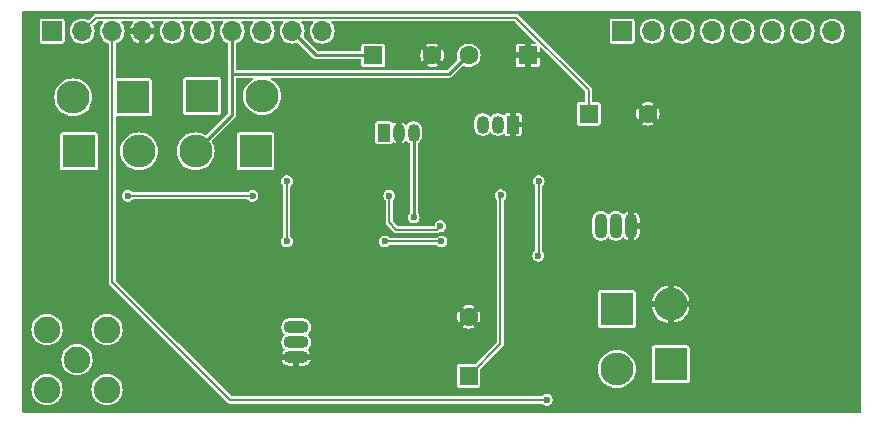
<source format=gtl>
G04 #@! TF.GenerationSoftware,KiCad,Pcbnew,8.0.0*
G04 #@! TF.CreationDate,2025-01-04T20:02:43+01:00*
G04 #@! TF.ProjectId,ina2137,696e6132-3133-4372-9e6b-696361645f70,rev?*
G04 #@! TF.SameCoordinates,Original*
G04 #@! TF.FileFunction,Copper,L1,Top*
G04 #@! TF.FilePolarity,Positive*
%FSLAX46Y46*%
G04 Gerber Fmt 4.6, Leading zero omitted, Abs format (unit mm)*
G04 Created by KiCad (PCBNEW 8.0.0) date 2025-01-04 20:02:43*
%MOMM*%
%LPD*%
G01*
G04 APERTURE LIST*
G04 #@! TA.AperFunction,ComponentPad*
%ADD10C,2.250000*%
G04 #@! TD*
G04 #@! TA.AperFunction,ComponentPad*
%ADD11R,2.800000X2.800000*%
G04 #@! TD*
G04 #@! TA.AperFunction,ComponentPad*
%ADD12O,2.800000X2.800000*%
G04 #@! TD*
G04 #@! TA.AperFunction,ComponentPad*
%ADD13R,1.600000X1.600000*%
G04 #@! TD*
G04 #@! TA.AperFunction,ComponentPad*
%ADD14C,1.600000*%
G04 #@! TD*
G04 #@! TA.AperFunction,ComponentPad*
%ADD15R,1.700000X1.700000*%
G04 #@! TD*
G04 #@! TA.AperFunction,ComponentPad*
%ADD16O,1.700000X1.700000*%
G04 #@! TD*
G04 #@! TA.AperFunction,ComponentPad*
%ADD17R,1.050000X1.500000*%
G04 #@! TD*
G04 #@! TA.AperFunction,ComponentPad*
%ADD18O,1.050000X1.500000*%
G04 #@! TD*
G04 #@! TA.AperFunction,ComponentPad*
%ADD19O,2.140000X1.070000*%
G04 #@! TD*
G04 #@! TA.AperFunction,ComponentPad*
%ADD20O,1.070000X2.140000*%
G04 #@! TD*
G04 #@! TA.AperFunction,ViaPad*
%ADD21C,0.600000*%
G04 #@! TD*
G04 #@! TA.AperFunction,Conductor*
%ADD22C,0.200000*%
G04 #@! TD*
G04 #@! TA.AperFunction,Conductor*
%ADD23C,0.250000*%
G04 #@! TD*
G04 APERTURE END LIST*
D10*
X114140000Y-107900000D03*
X111600000Y-110440000D03*
X116680000Y-110440000D03*
X111600000Y-105360000D03*
X116680000Y-105360000D03*
D11*
X124740000Y-85590000D03*
D12*
X129820000Y-85590000D03*
D13*
X139220000Y-82150000D03*
D14*
X144220000Y-82150000D03*
D15*
X112040000Y-80100000D03*
D16*
X114580000Y-80100000D03*
X117120000Y-80100000D03*
X119660000Y-80100000D03*
X122200000Y-80100000D03*
X124740000Y-80100000D03*
X127280000Y-80100000D03*
X129820000Y-80100000D03*
X132360000Y-80100000D03*
X134900000Y-80100000D03*
D11*
X114320000Y-90270000D03*
D12*
X119400000Y-90270000D03*
D15*
X160300000Y-80100000D03*
D16*
X162840000Y-80100000D03*
X165380000Y-80100000D03*
X167920000Y-80100000D03*
X170460000Y-80100000D03*
X173000000Y-80100000D03*
X175540000Y-80100000D03*
X178080000Y-80100000D03*
D11*
X129260101Y-90270000D03*
D12*
X124180101Y-90270000D03*
D11*
X164400000Y-108300000D03*
D12*
X164400000Y-103220000D03*
D13*
X152300000Y-82150000D03*
D14*
X147300000Y-82150000D03*
D13*
X157470000Y-87090000D03*
D14*
X162470000Y-87090000D03*
D11*
X159840050Y-103620000D03*
D12*
X159840050Y-108700000D03*
D17*
X140110000Y-88690000D03*
D18*
X141380000Y-88690000D03*
X142650000Y-88690000D03*
D11*
X118900000Y-85700000D03*
D12*
X113820000Y-85700000D03*
D17*
X151050000Y-88000000D03*
D18*
X149780000Y-88000000D03*
X148510000Y-88000000D03*
D13*
X147290000Y-109270000D03*
D14*
X147290000Y-104270000D03*
D19*
X132710000Y-107687661D03*
X132710000Y-106417661D03*
X132710000Y-105147661D03*
D20*
X161037800Y-96557500D03*
X159767800Y-96557500D03*
X158497800Y-96557500D03*
D21*
X177880000Y-83310000D03*
X110440000Y-82500000D03*
X119240000Y-111620000D03*
X179110000Y-111320000D03*
X141260000Y-86730000D03*
X146660000Y-90610000D03*
X127400000Y-95910000D03*
X118440000Y-94030000D03*
X129000000Y-94030000D03*
X150000000Y-94000000D03*
X142650000Y-95862500D03*
X153910000Y-111310000D03*
X145000000Y-97900000D03*
X140200000Y-97900000D03*
X144900000Y-96600000D03*
X140590000Y-94030000D03*
X131900000Y-97900000D03*
X131900000Y-92800000D03*
X153220000Y-92800000D03*
X153200000Y-99100000D03*
D22*
X129000000Y-94030000D02*
X118440000Y-94030000D01*
X150000000Y-94000000D02*
X149980000Y-94020000D01*
X149980000Y-94020000D02*
X149980000Y-106580000D01*
X149980000Y-106580000D02*
X147290000Y-109270000D01*
D23*
X132360000Y-80100000D02*
X134400000Y-82140000D01*
X134400000Y-82140000D02*
X139220000Y-82140000D01*
X145610000Y-83700000D02*
X127380000Y-83700000D01*
X127280000Y-83600000D02*
X127280000Y-83300000D01*
X147300000Y-82010000D02*
X145610000Y-83700000D01*
X127280000Y-87170101D02*
X124180101Y-90270000D01*
D22*
X127280000Y-80100000D02*
X128050000Y-80100000D01*
D23*
X127280000Y-80100000D02*
X127280000Y-83300000D01*
X127380000Y-83700000D02*
X127280000Y-83600000D01*
X127280000Y-83300000D02*
X127280000Y-87170101D01*
D22*
X157470000Y-85070000D02*
X151350000Y-78950000D01*
X151350000Y-78950000D02*
X115730000Y-78950000D01*
X115730000Y-78950000D02*
X114580000Y-80100000D01*
X157470000Y-87090000D02*
X157470000Y-85070000D01*
D23*
X142650000Y-95850000D02*
X142650000Y-88690000D01*
D22*
X142650000Y-95862500D02*
X142650000Y-95850000D01*
X153910000Y-111310000D02*
X153900000Y-111320000D01*
X127120000Y-111320000D02*
X117120000Y-101320000D01*
X153900000Y-111320000D02*
X127120000Y-111320000D01*
X117120000Y-101320000D02*
X117120000Y-80100000D01*
X145000000Y-97900000D02*
X140200000Y-97900000D01*
X140590000Y-96290000D02*
X141190000Y-96890000D01*
X140590000Y-94030000D02*
X140590000Y-96290000D01*
X144610000Y-96890000D02*
X144900000Y-96600000D01*
X141190000Y-96890000D02*
X144610000Y-96890000D01*
X131900000Y-97900000D02*
X131900000Y-95093296D01*
X131900000Y-95093296D02*
X131900000Y-92800000D01*
X153220000Y-92800000D02*
X153220000Y-99080000D01*
X153220000Y-99080000D02*
X153200000Y-99100000D01*
G04 #@! TA.AperFunction,Conductor*
G36*
X180458691Y-78419407D02*
G01*
X180494655Y-78468907D01*
X180499500Y-78499500D01*
X180499500Y-112300500D01*
X180480593Y-112358691D01*
X180431093Y-112394655D01*
X180400500Y-112399500D01*
X109599500Y-112399500D01*
X109541309Y-112380593D01*
X109505345Y-112331093D01*
X109500500Y-112300500D01*
X109500500Y-110440003D01*
X110269437Y-110440003D01*
X110289649Y-110671042D01*
X110289650Y-110671049D01*
X110289651Y-110671050D01*
X110349680Y-110895079D01*
X110447699Y-111105282D01*
X110580730Y-111295269D01*
X110744731Y-111459270D01*
X110934718Y-111592301D01*
X111144921Y-111690320D01*
X111368950Y-111750349D01*
X111368954Y-111750349D01*
X111368957Y-111750350D01*
X111599997Y-111770563D01*
X111600000Y-111770563D01*
X111600003Y-111770563D01*
X111831042Y-111750350D01*
X111831043Y-111750349D01*
X111831050Y-111750349D01*
X112055079Y-111690320D01*
X112265282Y-111592301D01*
X112455269Y-111459270D01*
X112619270Y-111295269D01*
X112752301Y-111105282D01*
X112850320Y-110895079D01*
X112910349Y-110671050D01*
X112930563Y-110440003D01*
X115349437Y-110440003D01*
X115369649Y-110671042D01*
X115369650Y-110671049D01*
X115369651Y-110671050D01*
X115429680Y-110895079D01*
X115527699Y-111105282D01*
X115660730Y-111295269D01*
X115824731Y-111459270D01*
X116014718Y-111592301D01*
X116224921Y-111690320D01*
X116448950Y-111750349D01*
X116448954Y-111750349D01*
X116448957Y-111750350D01*
X116679997Y-111770563D01*
X116680000Y-111770563D01*
X116680003Y-111770563D01*
X116911042Y-111750350D01*
X116911043Y-111750349D01*
X116911050Y-111750349D01*
X117135079Y-111690320D01*
X117345282Y-111592301D01*
X117535269Y-111459270D01*
X117699270Y-111295269D01*
X117832301Y-111105282D01*
X117930320Y-110895079D01*
X117990349Y-110671050D01*
X118010563Y-110440000D01*
X118010563Y-110439996D01*
X117990350Y-110208957D01*
X117990349Y-110208954D01*
X117990349Y-110208950D01*
X117930320Y-109984921D01*
X117832301Y-109774719D01*
X117699270Y-109584731D01*
X117535269Y-109420730D01*
X117535265Y-109420727D01*
X117535264Y-109420726D01*
X117429865Y-109346925D01*
X117345282Y-109287699D01*
X117135079Y-109189680D01*
X116911050Y-109129651D01*
X116911049Y-109129650D01*
X116911042Y-109129649D01*
X116680003Y-109109437D01*
X116679997Y-109109437D01*
X116448957Y-109129649D01*
X116448950Y-109129651D01*
X116224921Y-109189680D01*
X116137247Y-109230563D01*
X116014720Y-109287698D01*
X115824735Y-109420726D01*
X115660726Y-109584735D01*
X115527698Y-109774720D01*
X115499485Y-109835224D01*
X115429680Y-109984921D01*
X115425951Y-109998837D01*
X115369649Y-110208957D01*
X115349437Y-110439996D01*
X115349437Y-110440003D01*
X112930563Y-110440003D01*
X112930563Y-110440000D01*
X112930563Y-110439996D01*
X112910350Y-110208957D01*
X112910349Y-110208954D01*
X112910349Y-110208950D01*
X112850320Y-109984921D01*
X112752301Y-109774719D01*
X112619270Y-109584731D01*
X112455269Y-109420730D01*
X112455265Y-109420727D01*
X112455264Y-109420726D01*
X112349865Y-109346925D01*
X112265282Y-109287699D01*
X112055079Y-109189680D01*
X111831050Y-109129651D01*
X111831049Y-109129650D01*
X111831042Y-109129649D01*
X111600003Y-109109437D01*
X111599997Y-109109437D01*
X111368957Y-109129649D01*
X111368950Y-109129651D01*
X111144921Y-109189680D01*
X111057247Y-109230563D01*
X110934720Y-109287698D01*
X110744735Y-109420726D01*
X110580726Y-109584735D01*
X110447698Y-109774720D01*
X110419485Y-109835224D01*
X110349680Y-109984921D01*
X110345951Y-109998837D01*
X110289649Y-110208957D01*
X110269437Y-110439996D01*
X110269437Y-110440003D01*
X109500500Y-110440003D01*
X109500500Y-107900003D01*
X112809437Y-107900003D01*
X112829649Y-108131042D01*
X112829650Y-108131049D01*
X112829651Y-108131050D01*
X112889680Y-108355079D01*
X112981092Y-108551115D01*
X112987698Y-108565280D01*
X113078158Y-108694471D01*
X113120730Y-108755269D01*
X113284731Y-108919270D01*
X113474718Y-109052301D01*
X113684921Y-109150320D01*
X113908950Y-109210349D01*
X113908954Y-109210349D01*
X113908957Y-109210350D01*
X114139997Y-109230563D01*
X114140000Y-109230563D01*
X114140003Y-109230563D01*
X114371042Y-109210350D01*
X114371043Y-109210349D01*
X114371050Y-109210349D01*
X114595079Y-109150320D01*
X114805282Y-109052301D01*
X114995269Y-108919270D01*
X115159270Y-108755269D01*
X115292301Y-108565282D01*
X115390320Y-108355079D01*
X115450349Y-108131050D01*
X115458682Y-108035811D01*
X115470563Y-107900003D01*
X115470563Y-107899996D01*
X115450350Y-107668957D01*
X115450349Y-107668954D01*
X115450349Y-107668950D01*
X115390320Y-107444921D01*
X115292301Y-107234719D01*
X115159270Y-107044731D01*
X114995269Y-106880730D01*
X114995265Y-106880727D01*
X114995264Y-106880726D01*
X114831487Y-106766048D01*
X114805282Y-106747699D01*
X114595079Y-106649680D01*
X114371050Y-106589651D01*
X114371049Y-106589650D01*
X114371042Y-106589649D01*
X114140003Y-106569437D01*
X114139997Y-106569437D01*
X113908957Y-106589649D01*
X113908950Y-106589651D01*
X113684921Y-106649680D01*
X113597247Y-106690563D01*
X113474720Y-106747698D01*
X113284735Y-106880726D01*
X113120726Y-107044735D01*
X112987698Y-107234720D01*
X112938834Y-107339510D01*
X112893066Y-107437661D01*
X112889680Y-107444922D01*
X112829649Y-107668957D01*
X112809437Y-107899996D01*
X112809437Y-107900003D01*
X109500500Y-107900003D01*
X109500500Y-105360003D01*
X110269437Y-105360003D01*
X110289649Y-105591042D01*
X110289650Y-105591049D01*
X110289651Y-105591050D01*
X110349680Y-105815079D01*
X110441092Y-106011115D01*
X110447698Y-106025280D01*
X110572223Y-106203121D01*
X110580730Y-106215269D01*
X110744731Y-106379270D01*
X110934718Y-106512301D01*
X111144921Y-106610320D01*
X111368950Y-106670349D01*
X111368954Y-106670349D01*
X111368957Y-106670350D01*
X111599997Y-106690563D01*
X111600000Y-106690563D01*
X111600003Y-106690563D01*
X111831042Y-106670350D01*
X111831043Y-106670349D01*
X111831050Y-106670349D01*
X112055079Y-106610320D01*
X112265282Y-106512301D01*
X112455269Y-106379270D01*
X112619270Y-106215269D01*
X112752301Y-106025282D01*
X112850320Y-105815079D01*
X112910349Y-105591050D01*
X112918661Y-105496051D01*
X112930563Y-105360003D01*
X115349437Y-105360003D01*
X115369649Y-105591042D01*
X115369650Y-105591049D01*
X115369651Y-105591050D01*
X115429680Y-105815079D01*
X115521092Y-106011115D01*
X115527698Y-106025280D01*
X115652223Y-106203121D01*
X115660730Y-106215269D01*
X115824731Y-106379270D01*
X116014718Y-106512301D01*
X116224921Y-106610320D01*
X116448950Y-106670349D01*
X116448954Y-106670349D01*
X116448957Y-106670350D01*
X116679997Y-106690563D01*
X116680000Y-106690563D01*
X116680003Y-106690563D01*
X116911042Y-106670350D01*
X116911043Y-106670349D01*
X116911050Y-106670349D01*
X117135079Y-106610320D01*
X117345282Y-106512301D01*
X117535269Y-106379270D01*
X117699270Y-106215269D01*
X117832301Y-106025282D01*
X117930320Y-105815079D01*
X117990349Y-105591050D01*
X117998661Y-105496051D01*
X118010563Y-105360003D01*
X118010563Y-105359996D01*
X117990350Y-105128957D01*
X117990349Y-105128954D01*
X117990349Y-105128950D01*
X117930320Y-104904921D01*
X117832301Y-104694719D01*
X117699270Y-104504731D01*
X117535269Y-104340730D01*
X117535265Y-104340727D01*
X117535264Y-104340726D01*
X117359049Y-104217339D01*
X117345282Y-104207699D01*
X117135079Y-104109680D01*
X116911050Y-104049651D01*
X116911049Y-104049650D01*
X116911042Y-104049649D01*
X116680003Y-104029437D01*
X116679997Y-104029437D01*
X116448957Y-104049649D01*
X116448950Y-104049651D01*
X116224921Y-104109680D01*
X116126903Y-104155386D01*
X116014720Y-104207698D01*
X115824735Y-104340726D01*
X115660726Y-104504735D01*
X115527698Y-104694720D01*
X115429680Y-104904922D01*
X115369649Y-105128957D01*
X115349437Y-105359996D01*
X115349437Y-105360003D01*
X112930563Y-105360003D01*
X112930563Y-105359996D01*
X112910350Y-105128957D01*
X112910349Y-105128954D01*
X112910349Y-105128950D01*
X112850320Y-104904921D01*
X112752301Y-104694719D01*
X112619270Y-104504731D01*
X112455269Y-104340730D01*
X112455265Y-104340727D01*
X112455264Y-104340726D01*
X112279049Y-104217339D01*
X112265282Y-104207699D01*
X112055079Y-104109680D01*
X111831050Y-104049651D01*
X111831049Y-104049650D01*
X111831042Y-104049649D01*
X111600003Y-104029437D01*
X111599997Y-104029437D01*
X111368957Y-104049649D01*
X111368950Y-104049651D01*
X111144921Y-104109680D01*
X111046903Y-104155386D01*
X110934720Y-104207698D01*
X110744735Y-104340726D01*
X110580726Y-104504735D01*
X110447698Y-104694720D01*
X110349680Y-104904922D01*
X110289649Y-105128957D01*
X110269437Y-105359996D01*
X110269437Y-105360003D01*
X109500500Y-105360003D01*
X109500500Y-91689746D01*
X112719500Y-91689746D01*
X112719501Y-91689758D01*
X112731132Y-91748227D01*
X112731133Y-91748231D01*
X112775448Y-91814552D01*
X112841769Y-91858867D01*
X112886231Y-91867711D01*
X112900241Y-91870498D01*
X112900246Y-91870498D01*
X112900252Y-91870500D01*
X112900253Y-91870500D01*
X115739747Y-91870500D01*
X115739748Y-91870500D01*
X115798231Y-91858867D01*
X115864552Y-91814552D01*
X115908867Y-91748231D01*
X115920500Y-91689748D01*
X115920500Y-88850252D01*
X115908867Y-88791769D01*
X115864552Y-88725448D01*
X115807733Y-88687482D01*
X115798233Y-88681134D01*
X115798231Y-88681133D01*
X115798228Y-88681132D01*
X115798227Y-88681132D01*
X115739758Y-88669501D01*
X115739748Y-88669500D01*
X112900252Y-88669500D01*
X112900251Y-88669500D01*
X112900241Y-88669501D01*
X112841772Y-88681132D01*
X112841766Y-88681134D01*
X112775451Y-88725445D01*
X112775445Y-88725451D01*
X112731134Y-88791766D01*
X112731132Y-88791772D01*
X112719501Y-88850241D01*
X112719500Y-88850253D01*
X112719500Y-91689746D01*
X109500500Y-91689746D01*
X109500500Y-85700000D01*
X112214551Y-85700000D01*
X112234316Y-85951146D01*
X112293127Y-86196113D01*
X112389532Y-86428856D01*
X112389535Y-86428862D01*
X112521162Y-86643656D01*
X112521168Y-86643664D01*
X112600410Y-86736445D01*
X112684776Y-86835224D01*
X112684782Y-86835229D01*
X112684785Y-86835232D01*
X112802308Y-86935606D01*
X112876341Y-86998836D01*
X112935802Y-87035274D01*
X113091137Y-87130464D01*
X113091143Y-87130467D01*
X113101010Y-87134554D01*
X113290285Y-87212954D01*
X113323887Y-87226872D01*
X113323889Y-87226873D01*
X113568852Y-87285683D01*
X113820000Y-87305449D01*
X114071148Y-87285683D01*
X114316111Y-87226873D01*
X114548859Y-87130466D01*
X114763659Y-86998836D01*
X114955224Y-86835224D01*
X115118836Y-86643659D01*
X115250466Y-86428859D01*
X115346873Y-86196111D01*
X115405683Y-85951148D01*
X115425449Y-85700000D01*
X115405683Y-85448852D01*
X115346873Y-85203889D01*
X115330961Y-85165475D01*
X115250467Y-84971143D01*
X115250464Y-84971137D01*
X115118837Y-84756343D01*
X115118836Y-84756341D01*
X114955224Y-84564776D01*
X114955217Y-84564770D01*
X114955214Y-84564767D01*
X114763664Y-84401168D01*
X114763656Y-84401162D01*
X114548862Y-84269535D01*
X114548856Y-84269532D01*
X114316112Y-84173127D01*
X114316113Y-84173127D01*
X114071146Y-84114316D01*
X113820000Y-84094551D01*
X113568853Y-84114316D01*
X113323886Y-84173127D01*
X113091143Y-84269532D01*
X113091137Y-84269535D01*
X112876343Y-84401162D01*
X112876335Y-84401168D01*
X112684785Y-84564767D01*
X112684767Y-84564785D01*
X112521168Y-84756335D01*
X112521162Y-84756343D01*
X112389535Y-84971137D01*
X112389532Y-84971143D01*
X112293127Y-85203886D01*
X112234316Y-85448853D01*
X112214551Y-85700000D01*
X109500500Y-85700000D01*
X109500500Y-80969746D01*
X110989500Y-80969746D01*
X110989501Y-80969758D01*
X111001132Y-81028227D01*
X111001134Y-81028233D01*
X111040493Y-81087137D01*
X111045448Y-81094552D01*
X111111769Y-81138867D01*
X111156231Y-81147711D01*
X111170241Y-81150498D01*
X111170246Y-81150498D01*
X111170252Y-81150500D01*
X111170253Y-81150500D01*
X112909747Y-81150500D01*
X112909748Y-81150500D01*
X112968231Y-81138867D01*
X113034552Y-81094552D01*
X113078867Y-81028231D01*
X113090500Y-80969748D01*
X113090500Y-80100003D01*
X113524417Y-80100003D01*
X113544698Y-80305929D01*
X113544699Y-80305934D01*
X113604768Y-80503954D01*
X113702316Y-80686452D01*
X113833302Y-80846059D01*
X113833590Y-80846410D01*
X113833595Y-80846414D01*
X113993547Y-80977683D01*
X113993548Y-80977683D01*
X113993550Y-80977685D01*
X114176046Y-81075232D01*
X114279500Y-81106614D01*
X114374065Y-81135300D01*
X114374070Y-81135301D01*
X114579997Y-81155583D01*
X114580000Y-81155583D01*
X114580003Y-81155583D01*
X114785929Y-81135301D01*
X114785934Y-81135300D01*
X114831720Y-81121411D01*
X114983954Y-81075232D01*
X115166450Y-80977685D01*
X115326410Y-80846410D01*
X115457685Y-80686450D01*
X115555232Y-80503954D01*
X115615300Y-80305934D01*
X115615301Y-80305929D01*
X115635583Y-80100003D01*
X115635583Y-80099996D01*
X115615301Y-79894070D01*
X115615300Y-79894065D01*
X115556401Y-79699901D01*
X115555232Y-79696046D01*
X115538880Y-79665455D01*
X115528123Y-79605223D01*
X115554824Y-79550171D01*
X115556126Y-79548843D01*
X115825475Y-79279496D01*
X115879991Y-79251719D01*
X115895478Y-79250500D01*
X116248876Y-79250500D01*
X116307067Y-79269407D01*
X116343031Y-79318907D01*
X116343031Y-79380093D01*
X116325404Y-79412305D01*
X116242317Y-79513547D01*
X116242316Y-79513547D01*
X116144768Y-79696045D01*
X116084699Y-79894065D01*
X116084698Y-79894070D01*
X116064417Y-80099996D01*
X116064417Y-80100003D01*
X116084698Y-80305929D01*
X116084699Y-80305934D01*
X116144768Y-80503954D01*
X116242316Y-80686452D01*
X116373302Y-80846059D01*
X116373590Y-80846410D01*
X116373595Y-80846414D01*
X116533547Y-80977683D01*
X116533548Y-80977683D01*
X116533550Y-80977685D01*
X116716046Y-81075232D01*
X116749237Y-81085300D01*
X116799434Y-81120284D01*
X116819481Y-81178092D01*
X116819500Y-81180037D01*
X116819500Y-101359564D01*
X116839978Y-101435988D01*
X116839980Y-101435992D01*
X116879538Y-101504508D01*
X116879540Y-101504511D01*
X126935489Y-111560460D01*
X126935491Y-111560461D01*
X126935493Y-111560463D01*
X127004008Y-111600020D01*
X127004006Y-111600020D01*
X127004010Y-111600021D01*
X127004012Y-111600022D01*
X127080438Y-111620500D01*
X153471582Y-111620500D01*
X153529773Y-111639407D01*
X153546399Y-111654667D01*
X153578872Y-111692143D01*
X153667001Y-111748780D01*
X153669442Y-111750349D01*
X153699947Y-111769953D01*
X153806403Y-111801211D01*
X153838035Y-111810499D01*
X153838036Y-111810499D01*
X153838039Y-111810500D01*
X153838041Y-111810500D01*
X153981959Y-111810500D01*
X153981961Y-111810500D01*
X154120053Y-111769953D01*
X154241128Y-111692143D01*
X154335377Y-111583373D01*
X154395165Y-111452457D01*
X154415647Y-111310000D01*
X154413528Y-111295264D01*
X154395165Y-111167543D01*
X154335377Y-111036628D01*
X154335377Y-111036627D01*
X154241128Y-110927857D01*
X154241127Y-110927856D01*
X154241126Y-110927855D01*
X154120057Y-110850049D01*
X154120054Y-110850047D01*
X154120053Y-110850047D01*
X154120050Y-110850046D01*
X153981964Y-110809500D01*
X153981961Y-110809500D01*
X153838039Y-110809500D01*
X153838035Y-110809500D01*
X153699949Y-110850046D01*
X153699942Y-110850049D01*
X153578872Y-110927856D01*
X153578870Y-110927858D01*
X153529070Y-110985331D01*
X153476674Y-111016927D01*
X153454251Y-111019500D01*
X127285479Y-111019500D01*
X127227288Y-111000593D01*
X127215475Y-110990504D01*
X126314717Y-110089746D01*
X146289500Y-110089746D01*
X146289501Y-110089758D01*
X146301132Y-110148227D01*
X146301134Y-110148233D01*
X146341709Y-110208957D01*
X146345448Y-110214552D01*
X146411769Y-110258867D01*
X146456231Y-110267711D01*
X146470241Y-110270498D01*
X146470246Y-110270498D01*
X146470252Y-110270500D01*
X146470253Y-110270500D01*
X148109747Y-110270500D01*
X148109748Y-110270500D01*
X148168231Y-110258867D01*
X148234552Y-110214552D01*
X148278867Y-110148231D01*
X148290500Y-110089748D01*
X148290500Y-108735478D01*
X148302027Y-108700000D01*
X158234601Y-108700000D01*
X158254366Y-108951146D01*
X158313177Y-109196113D01*
X158409582Y-109428856D01*
X158409585Y-109428862D01*
X158541212Y-109643656D01*
X158541218Y-109643664D01*
X158653150Y-109774720D01*
X158704826Y-109835224D01*
X158704832Y-109835229D01*
X158704835Y-109835232D01*
X158880100Y-109984922D01*
X158896391Y-109998836D01*
X158896393Y-109998837D01*
X159111187Y-110130464D01*
X159111193Y-110130467D01*
X159227565Y-110178669D01*
X159314193Y-110214552D01*
X159343937Y-110226872D01*
X159343939Y-110226873D01*
X159588902Y-110285683D01*
X159840050Y-110305449D01*
X160091198Y-110285683D01*
X160336161Y-110226873D01*
X160568909Y-110130466D01*
X160783709Y-109998836D01*
X160975274Y-109835224D01*
X161073902Y-109719746D01*
X162799500Y-109719746D01*
X162799501Y-109719758D01*
X162811132Y-109778227D01*
X162811133Y-109778231D01*
X162855448Y-109844552D01*
X162921769Y-109888867D01*
X162966231Y-109897711D01*
X162980241Y-109900498D01*
X162980246Y-109900498D01*
X162980252Y-109900500D01*
X162980253Y-109900500D01*
X165819747Y-109900500D01*
X165819748Y-109900500D01*
X165878231Y-109888867D01*
X165944552Y-109844552D01*
X165988867Y-109778231D01*
X166000500Y-109719748D01*
X166000500Y-106880252D01*
X165988867Y-106821769D01*
X165944552Y-106755448D01*
X165944548Y-106755445D01*
X165878233Y-106711134D01*
X165878231Y-106711133D01*
X165878228Y-106711132D01*
X165878227Y-106711132D01*
X165819758Y-106699501D01*
X165819748Y-106699500D01*
X162980252Y-106699500D01*
X162980251Y-106699500D01*
X162980241Y-106699501D01*
X162921772Y-106711132D01*
X162921766Y-106711134D01*
X162855451Y-106755445D01*
X162855445Y-106755451D01*
X162811134Y-106821766D01*
X162811132Y-106821772D01*
X162799501Y-106880241D01*
X162799500Y-106880253D01*
X162799500Y-109719746D01*
X161073902Y-109719746D01*
X161138886Y-109643659D01*
X161270516Y-109428859D01*
X161366923Y-109196111D01*
X161425733Y-108951148D01*
X161445499Y-108700000D01*
X161425733Y-108448852D01*
X161366923Y-108203889D01*
X161347166Y-108156192D01*
X161270517Y-107971143D01*
X161270514Y-107971137D01*
X161138887Y-107756343D01*
X161138886Y-107756341D01*
X160975274Y-107564776D01*
X160975267Y-107564770D01*
X160975264Y-107564767D01*
X160783714Y-107401168D01*
X160783706Y-107401162D01*
X160568912Y-107269535D01*
X160568906Y-107269532D01*
X160336162Y-107173127D01*
X160336163Y-107173127D01*
X160091196Y-107114316D01*
X159840050Y-107094551D01*
X159588903Y-107114316D01*
X159343936Y-107173127D01*
X159111193Y-107269532D01*
X159111187Y-107269535D01*
X158896393Y-107401162D01*
X158896385Y-107401168D01*
X158704835Y-107564767D01*
X158704817Y-107564785D01*
X158541218Y-107756335D01*
X158541212Y-107756343D01*
X158409585Y-107971137D01*
X158409582Y-107971143D01*
X158313177Y-108203886D01*
X158254366Y-108448853D01*
X158234601Y-108700000D01*
X148302027Y-108700000D01*
X148309407Y-108677287D01*
X148319490Y-108665480D01*
X150220460Y-106764511D01*
X150230166Y-106747699D01*
X150260021Y-106695989D01*
X150280500Y-106619562D01*
X150280500Y-105039746D01*
X158239550Y-105039746D01*
X158239551Y-105039758D01*
X158251182Y-105098227D01*
X158251184Y-105098233D01*
X158273798Y-105132076D01*
X158295498Y-105164552D01*
X158361819Y-105208867D01*
X158406281Y-105217711D01*
X158420291Y-105220498D01*
X158420296Y-105220498D01*
X158420302Y-105220500D01*
X158420303Y-105220500D01*
X161259797Y-105220500D01*
X161259798Y-105220500D01*
X161318281Y-105208867D01*
X161384602Y-105164552D01*
X161428917Y-105098231D01*
X161440550Y-105039748D01*
X161440550Y-103470000D01*
X162814728Y-103470000D01*
X162814811Y-103471065D01*
X162873604Y-103715958D01*
X162969979Y-103948628D01*
X162969985Y-103948640D01*
X163101566Y-104163359D01*
X163101567Y-104163361D01*
X163265121Y-104354860D01*
X163265139Y-104354878D01*
X163456638Y-104518432D01*
X163456640Y-104518433D01*
X163671359Y-104650014D01*
X163671371Y-104650020D01*
X163904042Y-104746395D01*
X163904041Y-104746395D01*
X164148934Y-104805188D01*
X164150000Y-104805271D01*
X164150000Y-103874120D01*
X164195818Y-103893099D01*
X164331056Y-103920000D01*
X164468944Y-103920000D01*
X164604182Y-103893099D01*
X164650000Y-103874120D01*
X164650000Y-104805271D01*
X164651065Y-104805188D01*
X164895958Y-104746395D01*
X165128628Y-104650020D01*
X165128640Y-104650014D01*
X165343359Y-104518433D01*
X165343361Y-104518432D01*
X165534860Y-104354878D01*
X165534878Y-104354860D01*
X165698432Y-104163361D01*
X165698433Y-104163359D01*
X165830014Y-103948640D01*
X165830020Y-103948628D01*
X165926395Y-103715958D01*
X165985188Y-103471065D01*
X165985272Y-103470000D01*
X165054121Y-103470000D01*
X165073099Y-103424182D01*
X165100000Y-103288944D01*
X165100000Y-103151056D01*
X165073099Y-103015818D01*
X165054121Y-102970000D01*
X165985272Y-102970000D01*
X165985271Y-102969999D01*
X165985188Y-102968934D01*
X165926395Y-102724041D01*
X165830020Y-102491371D01*
X165830014Y-102491359D01*
X165698433Y-102276640D01*
X165698432Y-102276638D01*
X165534878Y-102085139D01*
X165534860Y-102085121D01*
X165343361Y-101921567D01*
X165343359Y-101921566D01*
X165128640Y-101789985D01*
X165128628Y-101789979D01*
X164895957Y-101693604D01*
X164895958Y-101693604D01*
X164651067Y-101634812D01*
X164650000Y-101634727D01*
X164650000Y-102565879D01*
X164604182Y-102546901D01*
X164468944Y-102520000D01*
X164331056Y-102520000D01*
X164195818Y-102546901D01*
X164150000Y-102565879D01*
X164150000Y-101634727D01*
X164148932Y-101634812D01*
X163904041Y-101693604D01*
X163671371Y-101789979D01*
X163671359Y-101789985D01*
X163456640Y-101921566D01*
X163456638Y-101921567D01*
X163265139Y-102085121D01*
X163265121Y-102085139D01*
X163101567Y-102276638D01*
X163101566Y-102276640D01*
X162969985Y-102491359D01*
X162969979Y-102491371D01*
X162873604Y-102724041D01*
X162814811Y-102968934D01*
X162814728Y-102969999D01*
X162814728Y-102970000D01*
X163745879Y-102970000D01*
X163726901Y-103015818D01*
X163700000Y-103151056D01*
X163700000Y-103288944D01*
X163726901Y-103424182D01*
X163745879Y-103470000D01*
X162814728Y-103470000D01*
X161440550Y-103470000D01*
X161440550Y-102200252D01*
X161428917Y-102141769D01*
X161384602Y-102075448D01*
X161384598Y-102075445D01*
X161318283Y-102031134D01*
X161318281Y-102031133D01*
X161318278Y-102031132D01*
X161318277Y-102031132D01*
X161259808Y-102019501D01*
X161259798Y-102019500D01*
X158420302Y-102019500D01*
X158420301Y-102019500D01*
X158420291Y-102019501D01*
X158361822Y-102031132D01*
X158361816Y-102031134D01*
X158295501Y-102075445D01*
X158295495Y-102075451D01*
X158251184Y-102141766D01*
X158251182Y-102141772D01*
X158239551Y-102200241D01*
X158239550Y-102200253D01*
X158239550Y-105039746D01*
X150280500Y-105039746D01*
X150280500Y-99100002D01*
X152694353Y-99100002D01*
X152714834Y-99242456D01*
X152774622Y-99373371D01*
X152774623Y-99373373D01*
X152868872Y-99482143D01*
X152868873Y-99482144D01*
X152989942Y-99559950D01*
X152989947Y-99559953D01*
X153096403Y-99591211D01*
X153128035Y-99600499D01*
X153128036Y-99600499D01*
X153128039Y-99600500D01*
X153128041Y-99600500D01*
X153271959Y-99600500D01*
X153271961Y-99600500D01*
X153410053Y-99559953D01*
X153531128Y-99482143D01*
X153625377Y-99373373D01*
X153685165Y-99242457D01*
X153705647Y-99100000D01*
X153685165Y-98957543D01*
X153625377Y-98826627D01*
X153544681Y-98733498D01*
X153520863Y-98677139D01*
X153520500Y-98668667D01*
X153520500Y-97164942D01*
X157762300Y-97164942D01*
X157790565Y-97307037D01*
X157790565Y-97307039D01*
X157846006Y-97440887D01*
X157846006Y-97440888D01*
X157926284Y-97561031D01*
X157926500Y-97561354D01*
X158028946Y-97663800D01*
X158149410Y-97744292D01*
X158283262Y-97799735D01*
X158425360Y-97828000D01*
X158425361Y-97828000D01*
X158570239Y-97828000D01*
X158570240Y-97828000D01*
X158712338Y-97799735D01*
X158846190Y-97744292D01*
X158966654Y-97663800D01*
X159062796Y-97567658D01*
X159117312Y-97539880D01*
X159177745Y-97549451D01*
X159202804Y-97567658D01*
X159298943Y-97663798D01*
X159298946Y-97663800D01*
X159419410Y-97744292D01*
X159553262Y-97799735D01*
X159695360Y-97828000D01*
X159695361Y-97828000D01*
X159840239Y-97828000D01*
X159840240Y-97828000D01*
X159982338Y-97799735D01*
X160116190Y-97744292D01*
X160236654Y-97663800D01*
X160333150Y-97567304D01*
X160387667Y-97539527D01*
X160448099Y-97549098D01*
X160473158Y-97567304D01*
X160569268Y-97663414D01*
X160689649Y-97743849D01*
X160787799Y-97784504D01*
X160787800Y-97784503D01*
X160787800Y-96903909D01*
X160873756Y-96953537D01*
X160981848Y-96982500D01*
X161093752Y-96982500D01*
X161201844Y-96953537D01*
X161287800Y-96903909D01*
X161287800Y-97784504D01*
X161385950Y-97743849D01*
X161506331Y-97663414D01*
X161608714Y-97561031D01*
X161689149Y-97440650D01*
X161744553Y-97306892D01*
X161744553Y-97306890D01*
X161772799Y-97164893D01*
X161772800Y-97164889D01*
X161772800Y-96807501D01*
X161772799Y-96807500D01*
X161384210Y-96807500D01*
X161433837Y-96721544D01*
X161462800Y-96613452D01*
X161462800Y-96501548D01*
X161433837Y-96393456D01*
X161384210Y-96307500D01*
X161772799Y-96307500D01*
X161772800Y-96307499D01*
X161772800Y-95950110D01*
X161772799Y-95950106D01*
X161744553Y-95808109D01*
X161744553Y-95808107D01*
X161689149Y-95674349D01*
X161608714Y-95553968D01*
X161506331Y-95451585D01*
X161385952Y-95371151D01*
X161287800Y-95330494D01*
X161287800Y-96211090D01*
X161201844Y-96161463D01*
X161093752Y-96132500D01*
X160981848Y-96132500D01*
X160873756Y-96161463D01*
X160787800Y-96211090D01*
X160787800Y-95330495D01*
X160787799Y-95330494D01*
X160689647Y-95371151D01*
X160569265Y-95451587D01*
X160473156Y-95547695D01*
X160418639Y-95575472D01*
X160358207Y-95565900D01*
X160333149Y-95547695D01*
X160236653Y-95451199D01*
X160116187Y-95370706D01*
X159982338Y-95315265D01*
X159840242Y-95287000D01*
X159840240Y-95287000D01*
X159695360Y-95287000D01*
X159695357Y-95287000D01*
X159553262Y-95315265D01*
X159553260Y-95315265D01*
X159419412Y-95370706D01*
X159419411Y-95370706D01*
X159298946Y-95451199D01*
X159202804Y-95547342D01*
X159148287Y-95575119D01*
X159087855Y-95565548D01*
X159062796Y-95547342D01*
X158966653Y-95451199D01*
X158846187Y-95370706D01*
X158712338Y-95315265D01*
X158570242Y-95287000D01*
X158570240Y-95287000D01*
X158425360Y-95287000D01*
X158425357Y-95287000D01*
X158283262Y-95315265D01*
X158283260Y-95315265D01*
X158149412Y-95370706D01*
X158149411Y-95370706D01*
X158028946Y-95451199D01*
X157926499Y-95553646D01*
X157846006Y-95674111D01*
X157846006Y-95674112D01*
X157790565Y-95807960D01*
X157790565Y-95807962D01*
X157762300Y-95950057D01*
X157762300Y-97164942D01*
X153520500Y-97164942D01*
X153520500Y-93253893D01*
X153539407Y-93195702D01*
X153546741Y-93187711D01*
X153546491Y-93187494D01*
X153551128Y-93182143D01*
X153645377Y-93073373D01*
X153705165Y-92942457D01*
X153725647Y-92800000D01*
X153705165Y-92657543D01*
X153645377Y-92526627D01*
X153551128Y-92417857D01*
X153551127Y-92417856D01*
X153551126Y-92417855D01*
X153430057Y-92340049D01*
X153430054Y-92340047D01*
X153430053Y-92340047D01*
X153430050Y-92340046D01*
X153291964Y-92299500D01*
X153291961Y-92299500D01*
X153148039Y-92299500D01*
X153148035Y-92299500D01*
X153009949Y-92340046D01*
X153009942Y-92340049D01*
X152888873Y-92417855D01*
X152794622Y-92526628D01*
X152734834Y-92657543D01*
X152714353Y-92799997D01*
X152714353Y-92800002D01*
X152734834Y-92942456D01*
X152794623Y-93073373D01*
X152893509Y-93187494D01*
X152891471Y-93189259D01*
X152916925Y-93231458D01*
X152919500Y-93253893D01*
X152919500Y-98631262D01*
X152900593Y-98689453D01*
X152874025Y-98714545D01*
X152868873Y-98717855D01*
X152774622Y-98826628D01*
X152714834Y-98957543D01*
X152694353Y-99099997D01*
X152694353Y-99100002D01*
X150280500Y-99100002D01*
X150280500Y-94468737D01*
X150299407Y-94410546D01*
X150325978Y-94385452D01*
X150331128Y-94382143D01*
X150425377Y-94273373D01*
X150485165Y-94142457D01*
X150491992Y-94094971D01*
X150505647Y-94000002D01*
X150505647Y-93999997D01*
X150485165Y-93857543D01*
X150439078Y-93756628D01*
X150425377Y-93726627D01*
X150331128Y-93617857D01*
X150331127Y-93617856D01*
X150331126Y-93617855D01*
X150210057Y-93540049D01*
X150210054Y-93540047D01*
X150210053Y-93540047D01*
X150210050Y-93540046D01*
X150071964Y-93499500D01*
X150071961Y-93499500D01*
X149928039Y-93499500D01*
X149928035Y-93499500D01*
X149789949Y-93540046D01*
X149789942Y-93540049D01*
X149668873Y-93617855D01*
X149574622Y-93726628D01*
X149514834Y-93857543D01*
X149494353Y-93999997D01*
X149494353Y-94000002D01*
X149514834Y-94142456D01*
X149574623Y-94273373D01*
X149655319Y-94366502D01*
X149679137Y-94422860D01*
X149679500Y-94431332D01*
X149679500Y-106414521D01*
X149660593Y-106472712D01*
X149650504Y-106484525D01*
X147894525Y-108240504D01*
X147840008Y-108268281D01*
X147824521Y-108269500D01*
X146470252Y-108269500D01*
X146470251Y-108269500D01*
X146470241Y-108269501D01*
X146411772Y-108281132D01*
X146411766Y-108281134D01*
X146345451Y-108325445D01*
X146345445Y-108325451D01*
X146301134Y-108391766D01*
X146301132Y-108391772D01*
X146289501Y-108450241D01*
X146289500Y-108450253D01*
X146289500Y-110089746D01*
X126314717Y-110089746D01*
X122715074Y-106490103D01*
X131439500Y-106490103D01*
X131467765Y-106632198D01*
X131467765Y-106632200D01*
X131523206Y-106766048D01*
X131523206Y-106766049D01*
X131603699Y-106886514D01*
X131700195Y-106983010D01*
X131727972Y-107037527D01*
X131718401Y-107097959D01*
X131700195Y-107123017D01*
X131604087Y-107219126D01*
X131523650Y-107339510D01*
X131482995Y-107437660D01*
X131482996Y-107437661D01*
X132363590Y-107437661D01*
X132313963Y-107523617D01*
X132285000Y-107631709D01*
X132285000Y-107743613D01*
X132313963Y-107851705D01*
X132363590Y-107937661D01*
X131482996Y-107937661D01*
X131523650Y-108035811D01*
X131604085Y-108156192D01*
X131706468Y-108258575D01*
X131826849Y-108339010D01*
X131960608Y-108394414D01*
X132102606Y-108422660D01*
X132102610Y-108422661D01*
X132459999Y-108422661D01*
X132460000Y-108422660D01*
X132460000Y-108034070D01*
X132545956Y-108083698D01*
X132654048Y-108112661D01*
X132765952Y-108112661D01*
X132874044Y-108083698D01*
X132960000Y-108034070D01*
X132960000Y-108422660D01*
X132960001Y-108422661D01*
X133317390Y-108422661D01*
X133317393Y-108422660D01*
X133459390Y-108394414D01*
X133459392Y-108394414D01*
X133593150Y-108339010D01*
X133713531Y-108258575D01*
X133815914Y-108156192D01*
X133896349Y-108035811D01*
X133937004Y-107937661D01*
X133056410Y-107937661D01*
X133106037Y-107851705D01*
X133135000Y-107743613D01*
X133135000Y-107631709D01*
X133106037Y-107523617D01*
X133056410Y-107437661D01*
X133937004Y-107437661D01*
X133937004Y-107437660D01*
X133896349Y-107339510D01*
X133815914Y-107219129D01*
X133719804Y-107123019D01*
X133692027Y-107068502D01*
X133701598Y-107008070D01*
X133719804Y-106983011D01*
X133719805Y-106983010D01*
X133816300Y-106886515D01*
X133896792Y-106766051D01*
X133952235Y-106632199D01*
X133980500Y-106490101D01*
X133980500Y-106345221D01*
X133952235Y-106203123D01*
X133896793Y-106069273D01*
X133896793Y-106069272D01*
X133816298Y-105948804D01*
X133720158Y-105852665D01*
X133692380Y-105798149D01*
X133701951Y-105737716D01*
X133720158Y-105712657D01*
X133816298Y-105616517D01*
X133816300Y-105616515D01*
X133896792Y-105496051D01*
X133952235Y-105362199D01*
X133980500Y-105220101D01*
X133980500Y-105075221D01*
X133952235Y-104933123D01*
X133896793Y-104799273D01*
X133896793Y-104799272D01*
X133816300Y-104678807D01*
X133713853Y-104576360D01*
X133593387Y-104495867D01*
X133459538Y-104440426D01*
X133317442Y-104412161D01*
X133317440Y-104412161D01*
X132102560Y-104412161D01*
X132102557Y-104412161D01*
X131960462Y-104440426D01*
X131960460Y-104440426D01*
X131826612Y-104495867D01*
X131826611Y-104495867D01*
X131706146Y-104576360D01*
X131603699Y-104678807D01*
X131523206Y-104799272D01*
X131523206Y-104799273D01*
X131467765Y-104933121D01*
X131467765Y-104933123D01*
X131439500Y-105075218D01*
X131439500Y-105220103D01*
X131467765Y-105362198D01*
X131467765Y-105362200D01*
X131523206Y-105496048D01*
X131523206Y-105496049D01*
X131603699Y-105616514D01*
X131699842Y-105712657D01*
X131727619Y-105767174D01*
X131718048Y-105827606D01*
X131699842Y-105852665D01*
X131603699Y-105948807D01*
X131523206Y-106069272D01*
X131523206Y-106069273D01*
X131467765Y-106203121D01*
X131467765Y-106203123D01*
X131439500Y-106345218D01*
X131439500Y-106490103D01*
X122715074Y-106490103D01*
X120494974Y-104270003D01*
X146285161Y-104270003D01*
X146304467Y-104466029D01*
X146304468Y-104466034D01*
X146361650Y-104654535D01*
X146361652Y-104654540D01*
X146427922Y-104778522D01*
X146890000Y-104316444D01*
X146890000Y-104322661D01*
X146917259Y-104424394D01*
X146969920Y-104515606D01*
X147044394Y-104590080D01*
X147135606Y-104642741D01*
X147237339Y-104670000D01*
X147243552Y-104670000D01*
X146781476Y-105132076D01*
X146905464Y-105198349D01*
X147093965Y-105255531D01*
X147093970Y-105255532D01*
X147289997Y-105274839D01*
X147290003Y-105274839D01*
X147486029Y-105255532D01*
X147486034Y-105255531D01*
X147674535Y-105198349D01*
X147798522Y-105132076D01*
X147336446Y-104670000D01*
X147342661Y-104670000D01*
X147444394Y-104642741D01*
X147535606Y-104590080D01*
X147610080Y-104515606D01*
X147662741Y-104424394D01*
X147690000Y-104322661D01*
X147690000Y-104316446D01*
X148152076Y-104778522D01*
X148218349Y-104654535D01*
X148275531Y-104466034D01*
X148275532Y-104466029D01*
X148294839Y-104270003D01*
X148294839Y-104269996D01*
X148275532Y-104073970D01*
X148275531Y-104073965D01*
X148218349Y-103885464D01*
X148152076Y-103761476D01*
X147690000Y-104223552D01*
X147690000Y-104217339D01*
X147662741Y-104115606D01*
X147610080Y-104024394D01*
X147535606Y-103949920D01*
X147444394Y-103897259D01*
X147342661Y-103870000D01*
X147336444Y-103870000D01*
X147798522Y-103407922D01*
X147674540Y-103341652D01*
X147674535Y-103341650D01*
X147486034Y-103284468D01*
X147486029Y-103284467D01*
X147290003Y-103265161D01*
X147289997Y-103265161D01*
X147093970Y-103284467D01*
X147093965Y-103284468D01*
X146905464Y-103341650D01*
X146905459Y-103341652D01*
X146781476Y-103407922D01*
X147243554Y-103870000D01*
X147237339Y-103870000D01*
X147135606Y-103897259D01*
X147044394Y-103949920D01*
X146969920Y-104024394D01*
X146917259Y-104115606D01*
X146890000Y-104217339D01*
X146890000Y-104223554D01*
X146427922Y-103761476D01*
X146361652Y-103885459D01*
X146361650Y-103885464D01*
X146304468Y-104073965D01*
X146304467Y-104073970D01*
X146285161Y-104269996D01*
X146285161Y-104270003D01*
X120494974Y-104270003D01*
X117449496Y-101224525D01*
X117421719Y-101170008D01*
X117420500Y-101154521D01*
X117420500Y-97900002D01*
X131394353Y-97900002D01*
X131414834Y-98042456D01*
X131474622Y-98173371D01*
X131474623Y-98173373D01*
X131527736Y-98234669D01*
X131568873Y-98282144D01*
X131568875Y-98282145D01*
X131689947Y-98359953D01*
X131796403Y-98391211D01*
X131828035Y-98400499D01*
X131828036Y-98400499D01*
X131828039Y-98400500D01*
X131828041Y-98400500D01*
X131971959Y-98400500D01*
X131971961Y-98400500D01*
X132110053Y-98359953D01*
X132231128Y-98282143D01*
X132325377Y-98173373D01*
X132385165Y-98042457D01*
X132405647Y-97900002D01*
X139694353Y-97900002D01*
X139714834Y-98042456D01*
X139774622Y-98173371D01*
X139774623Y-98173373D01*
X139827736Y-98234669D01*
X139868873Y-98282144D01*
X139868875Y-98282145D01*
X139989947Y-98359953D01*
X140096403Y-98391211D01*
X140128035Y-98400499D01*
X140128036Y-98400499D01*
X140128039Y-98400500D01*
X140128041Y-98400500D01*
X140271959Y-98400500D01*
X140271961Y-98400500D01*
X140410053Y-98359953D01*
X140531128Y-98282143D01*
X140572264Y-98234668D01*
X140624660Y-98203073D01*
X140647083Y-98200500D01*
X144552917Y-98200500D01*
X144611108Y-98219407D01*
X144627733Y-98234667D01*
X144668872Y-98282143D01*
X144789947Y-98359953D01*
X144896403Y-98391211D01*
X144928035Y-98400499D01*
X144928036Y-98400499D01*
X144928039Y-98400500D01*
X144928041Y-98400500D01*
X145071959Y-98400500D01*
X145071961Y-98400500D01*
X145210053Y-98359953D01*
X145331128Y-98282143D01*
X145425377Y-98173373D01*
X145485165Y-98042457D01*
X145505647Y-97900000D01*
X145485165Y-97757543D01*
X145425377Y-97626627D01*
X145331128Y-97517857D01*
X145331127Y-97517856D01*
X145331126Y-97517855D01*
X145210057Y-97440049D01*
X145210054Y-97440047D01*
X145210053Y-97440047D01*
X145210050Y-97440046D01*
X145071964Y-97399500D01*
X145071961Y-97399500D01*
X144928039Y-97399500D01*
X144928035Y-97399500D01*
X144789949Y-97440046D01*
X144789942Y-97440049D01*
X144668876Y-97517854D01*
X144668871Y-97517858D01*
X144627736Y-97565331D01*
X144575340Y-97596927D01*
X144552917Y-97599500D01*
X140647083Y-97599500D01*
X140588892Y-97580593D01*
X140572264Y-97565331D01*
X140558198Y-97549098D01*
X140531128Y-97517857D01*
X140450468Y-97466020D01*
X140410057Y-97440049D01*
X140410054Y-97440047D01*
X140410053Y-97440047D01*
X140410050Y-97440046D01*
X140271964Y-97399500D01*
X140271961Y-97399500D01*
X140128039Y-97399500D01*
X140128035Y-97399500D01*
X139989949Y-97440046D01*
X139989942Y-97440049D01*
X139868873Y-97517855D01*
X139774622Y-97626628D01*
X139714834Y-97757543D01*
X139694353Y-97899997D01*
X139694353Y-97900002D01*
X132405647Y-97900002D01*
X132405647Y-97900000D01*
X132385165Y-97757543D01*
X132325377Y-97626627D01*
X132231128Y-97517857D01*
X132231127Y-97517856D01*
X132226491Y-97512506D01*
X132228524Y-97510743D01*
X132203067Y-97468505D01*
X132200500Y-97446105D01*
X132200500Y-94030002D01*
X140084353Y-94030002D01*
X140104834Y-94172456D01*
X140150922Y-94273373D01*
X140164623Y-94303373D01*
X140258870Y-94412141D01*
X140263509Y-94417494D01*
X140261471Y-94419259D01*
X140286925Y-94461458D01*
X140289500Y-94483893D01*
X140289500Y-96329564D01*
X140309976Y-96405982D01*
X140309980Y-96405992D01*
X140315463Y-96415487D01*
X140315464Y-96415490D01*
X140349538Y-96474508D01*
X140349540Y-96474511D01*
X140949540Y-97074511D01*
X140949539Y-97074511D01*
X141005489Y-97130460D01*
X141074007Y-97170019D01*
X141074011Y-97170021D01*
X141150435Y-97190499D01*
X141150437Y-97190500D01*
X141150438Y-97190500D01*
X144649563Y-97190500D01*
X144649563Y-97190499D01*
X144725989Y-97170021D01*
X144794511Y-97130460D01*
X144795475Y-97129494D01*
X144796346Y-97129051D01*
X144799657Y-97126511D01*
X144800127Y-97127124D01*
X144849991Y-97101719D01*
X144865478Y-97100500D01*
X144971959Y-97100500D01*
X144971961Y-97100500D01*
X145110053Y-97059953D01*
X145231128Y-96982143D01*
X145325377Y-96873373D01*
X145385165Y-96742457D01*
X145405647Y-96600000D01*
X145404137Y-96589500D01*
X145385165Y-96457543D01*
X145361621Y-96405989D01*
X145325377Y-96326627D01*
X145231128Y-96217857D01*
X145231127Y-96217856D01*
X145231126Y-96217855D01*
X145110057Y-96140049D01*
X145110054Y-96140047D01*
X145110053Y-96140047D01*
X145110050Y-96140046D01*
X144971964Y-96099500D01*
X144971961Y-96099500D01*
X144828039Y-96099500D01*
X144828035Y-96099500D01*
X144689949Y-96140046D01*
X144689942Y-96140049D01*
X144568873Y-96217855D01*
X144474622Y-96326628D01*
X144414835Y-96457540D01*
X144414835Y-96457543D01*
X144408070Y-96504590D01*
X144381076Y-96559496D01*
X144326962Y-96588050D01*
X144310079Y-96589500D01*
X141355479Y-96589500D01*
X141297288Y-96570593D01*
X141285475Y-96560504D01*
X140919496Y-96194525D01*
X140891719Y-96140008D01*
X140890500Y-96124521D01*
X140890500Y-94483893D01*
X140909407Y-94425702D01*
X140916741Y-94417711D01*
X140916491Y-94417494D01*
X140921128Y-94412143D01*
X141015377Y-94303373D01*
X141075165Y-94172457D01*
X141095647Y-94030000D01*
X141091333Y-93999997D01*
X141075165Y-93887543D01*
X141015377Y-93756628D01*
X141015377Y-93756627D01*
X140921128Y-93647857D01*
X140921127Y-93647856D01*
X140921126Y-93647855D01*
X140800057Y-93570049D01*
X140800054Y-93570047D01*
X140800053Y-93570047D01*
X140800050Y-93570046D01*
X140661964Y-93529500D01*
X140661961Y-93529500D01*
X140518039Y-93529500D01*
X140518035Y-93529500D01*
X140379949Y-93570046D01*
X140379942Y-93570049D01*
X140258873Y-93647855D01*
X140164622Y-93756628D01*
X140104834Y-93887543D01*
X140084353Y-94029997D01*
X140084353Y-94030002D01*
X132200500Y-94030002D01*
X132200500Y-93253893D01*
X132219407Y-93195702D01*
X132226741Y-93187711D01*
X132226491Y-93187494D01*
X132231128Y-93182143D01*
X132325377Y-93073373D01*
X132385165Y-92942457D01*
X132405647Y-92800000D01*
X132385165Y-92657543D01*
X132325377Y-92526627D01*
X132231128Y-92417857D01*
X132231127Y-92417856D01*
X132231126Y-92417855D01*
X132110057Y-92340049D01*
X132110054Y-92340047D01*
X132110053Y-92340047D01*
X132110050Y-92340046D01*
X131971964Y-92299500D01*
X131971961Y-92299500D01*
X131828039Y-92299500D01*
X131828035Y-92299500D01*
X131689949Y-92340046D01*
X131689942Y-92340049D01*
X131568873Y-92417855D01*
X131474622Y-92526628D01*
X131414834Y-92657543D01*
X131394353Y-92799997D01*
X131394353Y-92800002D01*
X131414834Y-92942456D01*
X131474623Y-93073373D01*
X131573509Y-93187494D01*
X131571471Y-93189259D01*
X131596925Y-93231458D01*
X131599500Y-93253893D01*
X131599500Y-97446105D01*
X131580593Y-97504296D01*
X131573258Y-97512289D01*
X131573509Y-97512506D01*
X131474622Y-97626628D01*
X131414834Y-97757543D01*
X131394353Y-97899997D01*
X131394353Y-97900002D01*
X117420500Y-97900002D01*
X117420500Y-94030002D01*
X117934353Y-94030002D01*
X117954834Y-94172456D01*
X118000922Y-94273373D01*
X118014623Y-94303373D01*
X118088795Y-94388973D01*
X118108873Y-94412144D01*
X118196934Y-94468737D01*
X118229947Y-94489953D01*
X118336403Y-94521211D01*
X118368035Y-94530499D01*
X118368036Y-94530499D01*
X118368039Y-94530500D01*
X118368041Y-94530500D01*
X118511959Y-94530500D01*
X118511961Y-94530500D01*
X118650053Y-94489953D01*
X118771128Y-94412143D01*
X118812264Y-94364668D01*
X118864660Y-94333073D01*
X118887083Y-94330500D01*
X128552917Y-94330500D01*
X128611108Y-94349407D01*
X128627733Y-94364667D01*
X128668872Y-94412143D01*
X128789947Y-94489953D01*
X128896403Y-94521211D01*
X128928035Y-94530499D01*
X128928036Y-94530499D01*
X128928039Y-94530500D01*
X128928041Y-94530500D01*
X129071959Y-94530500D01*
X129071961Y-94530500D01*
X129210053Y-94489953D01*
X129331128Y-94412143D01*
X129425377Y-94303373D01*
X129485165Y-94172457D01*
X129505647Y-94030000D01*
X129501333Y-93999997D01*
X129485165Y-93887543D01*
X129425377Y-93756628D01*
X129425377Y-93756627D01*
X129331128Y-93647857D01*
X129331127Y-93647856D01*
X129331126Y-93647855D01*
X129210057Y-93570049D01*
X129210054Y-93570047D01*
X129210053Y-93570047D01*
X129210050Y-93570046D01*
X129071964Y-93529500D01*
X129071961Y-93529500D01*
X128928039Y-93529500D01*
X128928035Y-93529500D01*
X128789949Y-93570046D01*
X128789942Y-93570049D01*
X128668876Y-93647854D01*
X128668871Y-93647858D01*
X128627736Y-93695331D01*
X128575340Y-93726927D01*
X128552917Y-93729500D01*
X118887083Y-93729500D01*
X118828892Y-93710593D01*
X118812264Y-93695331D01*
X118771128Y-93647857D01*
X118724444Y-93617855D01*
X118650057Y-93570049D01*
X118650054Y-93570047D01*
X118650053Y-93570047D01*
X118650050Y-93570046D01*
X118511964Y-93529500D01*
X118511961Y-93529500D01*
X118368039Y-93529500D01*
X118368035Y-93529500D01*
X118229949Y-93570046D01*
X118229942Y-93570049D01*
X118108873Y-93647855D01*
X118014622Y-93756628D01*
X117954834Y-93887543D01*
X117934353Y-94029997D01*
X117934353Y-94030002D01*
X117420500Y-94030002D01*
X117420500Y-90270000D01*
X117794551Y-90270000D01*
X117814316Y-90521146D01*
X117873127Y-90766113D01*
X117969532Y-90998856D01*
X117969535Y-90998862D01*
X118101162Y-91213656D01*
X118101164Y-91213659D01*
X118264776Y-91405224D01*
X118456341Y-91568836D01*
X118456343Y-91568837D01*
X118671137Y-91700464D01*
X118671143Y-91700467D01*
X118903887Y-91796872D01*
X118903889Y-91796873D01*
X119148852Y-91855683D01*
X119400000Y-91875449D01*
X119651148Y-91855683D01*
X119896111Y-91796873D01*
X120128859Y-91700466D01*
X120343659Y-91568836D01*
X120535224Y-91405224D01*
X120698836Y-91213659D01*
X120830466Y-90998859D01*
X120926873Y-90766111D01*
X120985683Y-90521148D01*
X121005449Y-90270000D01*
X120985683Y-90018852D01*
X120926873Y-89773889D01*
X120866802Y-89628865D01*
X120830467Y-89541143D01*
X120830464Y-89541137D01*
X120717903Y-89357455D01*
X120698836Y-89326341D01*
X120535224Y-89134776D01*
X120535217Y-89134770D01*
X120535214Y-89134767D01*
X120343664Y-88971168D01*
X120343656Y-88971162D01*
X120128862Y-88839535D01*
X120128856Y-88839532D01*
X119896112Y-88743127D01*
X119896113Y-88743127D01*
X119651146Y-88684316D01*
X119400000Y-88664551D01*
X119148853Y-88684316D01*
X118903886Y-88743127D01*
X118671143Y-88839532D01*
X118671137Y-88839535D01*
X118456343Y-88971162D01*
X118456335Y-88971168D01*
X118264785Y-89134767D01*
X118264767Y-89134785D01*
X118101168Y-89326335D01*
X118101162Y-89326343D01*
X117969535Y-89541137D01*
X117969532Y-89541143D01*
X117873127Y-89773886D01*
X117814316Y-90018853D01*
X117794551Y-90270000D01*
X117420500Y-90270000D01*
X117420500Y-87399500D01*
X117439407Y-87341309D01*
X117488907Y-87305345D01*
X117519500Y-87300500D01*
X120319747Y-87300500D01*
X120319748Y-87300500D01*
X120378231Y-87288867D01*
X120444552Y-87244552D01*
X120488867Y-87178231D01*
X120500500Y-87119748D01*
X120500500Y-87009746D01*
X123139500Y-87009746D01*
X123139501Y-87009758D01*
X123151132Y-87068227D01*
X123151134Y-87068233D01*
X123192718Y-87130467D01*
X123195448Y-87134552D01*
X123261769Y-87178867D01*
X123306231Y-87187711D01*
X123320241Y-87190498D01*
X123320246Y-87190498D01*
X123320252Y-87190500D01*
X123320253Y-87190500D01*
X126159747Y-87190500D01*
X126159748Y-87190500D01*
X126218231Y-87178867D01*
X126284552Y-87134552D01*
X126328867Y-87068231D01*
X126340500Y-87009748D01*
X126340500Y-84170252D01*
X126328867Y-84111769D01*
X126284552Y-84045448D01*
X126284548Y-84045445D01*
X126218233Y-84001134D01*
X126218231Y-84001133D01*
X126218228Y-84001132D01*
X126218227Y-84001132D01*
X126159758Y-83989501D01*
X126159748Y-83989500D01*
X123320252Y-83989500D01*
X123320251Y-83989500D01*
X123320241Y-83989501D01*
X123261772Y-84001132D01*
X123261766Y-84001134D01*
X123195451Y-84045445D01*
X123195445Y-84045451D01*
X123151134Y-84111766D01*
X123151132Y-84111772D01*
X123139501Y-84170241D01*
X123139500Y-84170253D01*
X123139500Y-87009746D01*
X120500500Y-87009746D01*
X120500500Y-84280252D01*
X120488867Y-84221769D01*
X120444552Y-84155448D01*
X120398236Y-84124500D01*
X120378233Y-84111134D01*
X120378231Y-84111133D01*
X120378228Y-84111132D01*
X120378227Y-84111132D01*
X120319758Y-84099501D01*
X120319748Y-84099500D01*
X117519500Y-84099500D01*
X117461309Y-84080593D01*
X117425345Y-84031093D01*
X117420500Y-84000500D01*
X117420500Y-81180037D01*
X117439407Y-81121846D01*
X117488907Y-81085882D01*
X117490739Y-81085307D01*
X117523954Y-81075232D01*
X117706450Y-80977685D01*
X117866410Y-80846410D01*
X117997685Y-80686450D01*
X118095232Y-80503954D01*
X118155300Y-80305934D01*
X118155301Y-80305929D01*
X118175583Y-80100003D01*
X118175583Y-80099996D01*
X118155301Y-79894070D01*
X118155300Y-79894065D01*
X118096401Y-79699901D01*
X118095232Y-79696046D01*
X117997685Y-79513550D01*
X117914596Y-79412305D01*
X117892296Y-79355328D01*
X117907745Y-79296125D01*
X117955042Y-79257310D01*
X117991124Y-79250500D01*
X118789522Y-79250500D01*
X118847713Y-79269407D01*
X118883677Y-79318907D01*
X118883677Y-79380093D01*
X118866050Y-79412305D01*
X118782731Y-79513829D01*
X118782724Y-79513839D01*
X118685234Y-79696232D01*
X118685232Y-79696237D01*
X118638588Y-79849999D01*
X118638589Y-79850000D01*
X119226988Y-79850000D01*
X119194075Y-79907007D01*
X119160000Y-80034174D01*
X119160000Y-80165826D01*
X119194075Y-80292993D01*
X119226988Y-80350000D01*
X118638589Y-80350000D01*
X118685232Y-80503762D01*
X118685234Y-80503767D01*
X118782724Y-80686160D01*
X118782731Y-80686170D01*
X118913940Y-80846050D01*
X118913949Y-80846059D01*
X119073829Y-80977268D01*
X119073839Y-80977275D01*
X119256232Y-81074765D01*
X119256237Y-81074767D01*
X119410000Y-81121411D01*
X119410000Y-80533012D01*
X119467007Y-80565925D01*
X119594174Y-80600000D01*
X119725826Y-80600000D01*
X119852993Y-80565925D01*
X119910000Y-80533012D01*
X119910000Y-81121411D01*
X120063762Y-81074767D01*
X120063767Y-81074765D01*
X120246160Y-80977275D01*
X120246170Y-80977268D01*
X120406050Y-80846059D01*
X120406059Y-80846050D01*
X120537268Y-80686170D01*
X120537275Y-80686160D01*
X120634765Y-80503767D01*
X120634767Y-80503762D01*
X120681411Y-80350000D01*
X120093012Y-80350000D01*
X120125925Y-80292993D01*
X120160000Y-80165826D01*
X120160000Y-80034174D01*
X120125925Y-79907007D01*
X120093012Y-79850000D01*
X120681411Y-79850000D01*
X120681411Y-79849999D01*
X120634767Y-79696237D01*
X120634765Y-79696232D01*
X120537275Y-79513839D01*
X120537268Y-79513829D01*
X120453950Y-79412305D01*
X120431650Y-79355328D01*
X120447099Y-79296125D01*
X120494396Y-79257310D01*
X120530478Y-79250500D01*
X121328876Y-79250500D01*
X121387067Y-79269407D01*
X121423031Y-79318907D01*
X121423031Y-79380093D01*
X121405404Y-79412305D01*
X121322317Y-79513547D01*
X121322316Y-79513547D01*
X121224768Y-79696045D01*
X121164699Y-79894065D01*
X121164698Y-79894070D01*
X121144417Y-80099996D01*
X121144417Y-80100003D01*
X121164698Y-80305929D01*
X121164699Y-80305934D01*
X121224768Y-80503954D01*
X121322316Y-80686452D01*
X121453302Y-80846059D01*
X121453590Y-80846410D01*
X121453595Y-80846414D01*
X121613547Y-80977683D01*
X121613548Y-80977683D01*
X121613550Y-80977685D01*
X121796046Y-81075232D01*
X121899500Y-81106614D01*
X121994065Y-81135300D01*
X121994070Y-81135301D01*
X122199997Y-81155583D01*
X122200000Y-81155583D01*
X122200003Y-81155583D01*
X122405929Y-81135301D01*
X122405934Y-81135300D01*
X122451720Y-81121411D01*
X122603954Y-81075232D01*
X122786450Y-80977685D01*
X122946410Y-80846410D01*
X123077685Y-80686450D01*
X123175232Y-80503954D01*
X123235300Y-80305934D01*
X123235301Y-80305929D01*
X123255583Y-80100003D01*
X123255583Y-80099996D01*
X123235301Y-79894070D01*
X123235300Y-79894065D01*
X123176401Y-79699901D01*
X123175232Y-79696046D01*
X123077685Y-79513550D01*
X122994596Y-79412305D01*
X122972296Y-79355328D01*
X122987745Y-79296125D01*
X123035042Y-79257310D01*
X123071124Y-79250500D01*
X123868876Y-79250500D01*
X123927067Y-79269407D01*
X123963031Y-79318907D01*
X123963031Y-79380093D01*
X123945404Y-79412305D01*
X123862317Y-79513547D01*
X123862316Y-79513547D01*
X123764768Y-79696045D01*
X123704699Y-79894065D01*
X123704698Y-79894070D01*
X123684417Y-80099996D01*
X123684417Y-80100003D01*
X123704698Y-80305929D01*
X123704699Y-80305934D01*
X123764768Y-80503954D01*
X123862316Y-80686452D01*
X123993302Y-80846059D01*
X123993590Y-80846410D01*
X123993595Y-80846414D01*
X124153547Y-80977683D01*
X124153548Y-80977683D01*
X124153550Y-80977685D01*
X124336046Y-81075232D01*
X124439500Y-81106614D01*
X124534065Y-81135300D01*
X124534070Y-81135301D01*
X124739997Y-81155583D01*
X124740000Y-81155583D01*
X124740003Y-81155583D01*
X124945929Y-81135301D01*
X124945934Y-81135300D01*
X124991720Y-81121411D01*
X125143954Y-81075232D01*
X125326450Y-80977685D01*
X125486410Y-80846410D01*
X125617685Y-80686450D01*
X125715232Y-80503954D01*
X125775300Y-80305934D01*
X125775301Y-80305929D01*
X125795583Y-80100003D01*
X125795583Y-80099996D01*
X125775301Y-79894070D01*
X125775300Y-79894065D01*
X125716401Y-79699901D01*
X125715232Y-79696046D01*
X125617685Y-79513550D01*
X125534596Y-79412305D01*
X125512296Y-79355328D01*
X125527745Y-79296125D01*
X125575042Y-79257310D01*
X125611124Y-79250500D01*
X126408876Y-79250500D01*
X126467067Y-79269407D01*
X126503031Y-79318907D01*
X126503031Y-79380093D01*
X126485404Y-79412305D01*
X126402317Y-79513547D01*
X126402316Y-79513547D01*
X126304768Y-79696045D01*
X126244699Y-79894065D01*
X126244698Y-79894070D01*
X126224417Y-80099996D01*
X126224417Y-80100003D01*
X126244698Y-80305929D01*
X126244699Y-80305934D01*
X126304768Y-80503954D01*
X126402316Y-80686452D01*
X126533302Y-80846059D01*
X126533590Y-80846410D01*
X126533595Y-80846414D01*
X126693547Y-80977683D01*
X126693548Y-80977683D01*
X126693550Y-80977685D01*
X126876046Y-81075232D01*
X126884236Y-81077716D01*
X126934431Y-81112697D01*
X126954481Y-81170504D01*
X126954500Y-81172453D01*
X126954500Y-86994265D01*
X126935593Y-87052456D01*
X126925504Y-87064269D01*
X125113748Y-88876024D01*
X125059231Y-88903801D01*
X124998799Y-88894230D01*
X124992016Y-88890431D01*
X124908963Y-88839535D01*
X124908957Y-88839532D01*
X124676213Y-88743127D01*
X124676214Y-88743127D01*
X124431247Y-88684316D01*
X124180101Y-88664551D01*
X123928954Y-88684316D01*
X123683987Y-88743127D01*
X123451244Y-88839532D01*
X123451238Y-88839535D01*
X123236444Y-88971162D01*
X123236436Y-88971168D01*
X123044886Y-89134767D01*
X123044868Y-89134785D01*
X122881269Y-89326335D01*
X122881263Y-89326343D01*
X122749636Y-89541137D01*
X122749633Y-89541143D01*
X122653228Y-89773886D01*
X122594417Y-90018853D01*
X122574652Y-90270000D01*
X122594417Y-90521146D01*
X122653228Y-90766113D01*
X122749633Y-90998856D01*
X122749636Y-90998862D01*
X122881263Y-91213656D01*
X122881265Y-91213659D01*
X123044877Y-91405224D01*
X123236442Y-91568836D01*
X123236444Y-91568837D01*
X123451238Y-91700464D01*
X123451244Y-91700467D01*
X123683988Y-91796872D01*
X123683990Y-91796873D01*
X123928953Y-91855683D01*
X124180101Y-91875449D01*
X124431249Y-91855683D01*
X124676212Y-91796873D01*
X124908960Y-91700466D01*
X124926453Y-91689746D01*
X127659601Y-91689746D01*
X127659602Y-91689758D01*
X127671233Y-91748227D01*
X127671234Y-91748231D01*
X127715549Y-91814552D01*
X127781870Y-91858867D01*
X127826332Y-91867711D01*
X127840342Y-91870498D01*
X127840347Y-91870498D01*
X127840353Y-91870500D01*
X127840354Y-91870500D01*
X130679848Y-91870500D01*
X130679849Y-91870500D01*
X130738332Y-91858867D01*
X130804653Y-91814552D01*
X130848968Y-91748231D01*
X130860601Y-91689748D01*
X130860601Y-89459746D01*
X139384500Y-89459746D01*
X139384501Y-89459758D01*
X139396132Y-89518227D01*
X139396134Y-89518233D01*
X139427683Y-89565448D01*
X139440448Y-89584552D01*
X139506769Y-89628867D01*
X139551231Y-89637711D01*
X139565241Y-89640498D01*
X139565246Y-89640498D01*
X139565252Y-89640500D01*
X139565253Y-89640500D01*
X140654747Y-89640500D01*
X140654748Y-89640500D01*
X140713231Y-89628867D01*
X140779552Y-89584552D01*
X140816390Y-89529420D01*
X140864437Y-89491543D01*
X140925575Y-89489141D01*
X140953705Y-89502109D01*
X141036576Y-89557483D01*
X141036588Y-89557489D01*
X141129999Y-89596181D01*
X141130000Y-89596180D01*
X141130000Y-88970330D01*
X141149745Y-88990075D01*
X141235255Y-89039444D01*
X141330630Y-89065000D01*
X141429370Y-89065000D01*
X141524745Y-89039444D01*
X141610255Y-88990075D01*
X141630000Y-88970330D01*
X141630000Y-89596181D01*
X141723411Y-89557489D01*
X141723422Y-89557483D01*
X141842160Y-89478143D01*
X141842169Y-89478136D01*
X141944642Y-89375662D01*
X141999158Y-89347884D01*
X142059590Y-89357455D01*
X142084650Y-89375661D01*
X142086467Y-89377478D01*
X142086468Y-89377479D01*
X142187521Y-89478532D01*
X142280503Y-89540660D01*
X142318381Y-89588708D01*
X142324500Y-89622974D01*
X142324500Y-95436936D01*
X142305593Y-95495127D01*
X142300320Y-95501767D01*
X142224622Y-95589128D01*
X142164834Y-95720043D01*
X142144353Y-95862497D01*
X142144353Y-95862502D01*
X142164834Y-96004956D01*
X142224622Y-96135871D01*
X142224623Y-96135873D01*
X142295662Y-96217857D01*
X142318873Y-96244644D01*
X142439942Y-96322450D01*
X142439947Y-96322453D01*
X142546403Y-96353711D01*
X142578035Y-96362999D01*
X142578036Y-96362999D01*
X142578039Y-96363000D01*
X142578041Y-96363000D01*
X142721959Y-96363000D01*
X142721961Y-96363000D01*
X142860053Y-96322453D01*
X142981128Y-96244643D01*
X143075377Y-96135873D01*
X143135165Y-96004957D01*
X143155647Y-95862500D01*
X143147805Y-95807960D01*
X143135165Y-95720043D01*
X143075377Y-95589128D01*
X143075377Y-95589127D01*
X142999680Y-95501767D01*
X142975863Y-95445407D01*
X142975500Y-95436936D01*
X142975500Y-89622974D01*
X142994407Y-89564783D01*
X143019494Y-89540662D01*
X143112479Y-89478532D01*
X143213532Y-89377479D01*
X143292929Y-89258653D01*
X143347619Y-89126620D01*
X143375500Y-88986455D01*
X143375500Y-88393545D01*
X143356188Y-88296457D01*
X147784500Y-88296457D01*
X147812381Y-88436619D01*
X147812381Y-88436621D01*
X147867068Y-88568648D01*
X147867074Y-88568659D01*
X147914839Y-88640143D01*
X147946468Y-88687479D01*
X148047521Y-88788532D01*
X148106643Y-88828036D01*
X148166340Y-88867925D01*
X148166351Y-88867931D01*
X148185890Y-88876024D01*
X148298380Y-88922619D01*
X148438545Y-88950500D01*
X148438546Y-88950500D01*
X148581454Y-88950500D01*
X148581455Y-88950500D01*
X148721620Y-88922619D01*
X148853653Y-88867929D01*
X148972479Y-88788532D01*
X149073532Y-88687479D01*
X149073533Y-88687478D01*
X149074996Y-88686015D01*
X149129513Y-88658237D01*
X149189945Y-88667808D01*
X149215004Y-88686015D01*
X149317512Y-88788524D01*
X149317516Y-88788527D01*
X149317521Y-88788532D01*
X149376643Y-88828036D01*
X149436340Y-88867925D01*
X149436351Y-88867931D01*
X149455890Y-88876024D01*
X149568380Y-88922619D01*
X149708545Y-88950500D01*
X149708546Y-88950500D01*
X149851454Y-88950500D01*
X149851455Y-88950500D01*
X149991620Y-88922619D01*
X150123653Y-88867929D01*
X150206987Y-88812246D01*
X150265874Y-88795638D01*
X150323277Y-88816815D01*
X150344303Y-88839560D01*
X150380805Y-88894188D01*
X150380810Y-88894193D01*
X150446963Y-88938396D01*
X150505299Y-88949999D01*
X150505303Y-88950000D01*
X150799999Y-88950000D01*
X150800000Y-88949999D01*
X150800000Y-88280330D01*
X150819745Y-88300075D01*
X150905255Y-88349444D01*
X151000630Y-88375000D01*
X151099370Y-88375000D01*
X151194745Y-88349444D01*
X151280255Y-88300075D01*
X151300000Y-88280330D01*
X151300000Y-88949999D01*
X151300001Y-88950000D01*
X151594697Y-88950000D01*
X151594700Y-88949999D01*
X151653036Y-88938396D01*
X151719189Y-88894193D01*
X151719193Y-88894189D01*
X151763396Y-88828036D01*
X151774999Y-88769700D01*
X151775000Y-88769697D01*
X151775000Y-88250001D01*
X151774999Y-88250000D01*
X151330330Y-88250000D01*
X151350075Y-88230255D01*
X151399444Y-88144745D01*
X151425000Y-88049370D01*
X151425000Y-87950630D01*
X151399444Y-87855255D01*
X151350075Y-87769745D01*
X151330330Y-87750000D01*
X151774999Y-87750000D01*
X151775000Y-87749999D01*
X151775000Y-87230302D01*
X151774999Y-87230299D01*
X151763396Y-87171963D01*
X151719193Y-87105810D01*
X151719189Y-87105806D01*
X151653036Y-87061603D01*
X151594700Y-87050000D01*
X151300001Y-87050000D01*
X151300000Y-87050001D01*
X151300000Y-87719670D01*
X151280255Y-87699925D01*
X151194745Y-87650556D01*
X151099370Y-87625000D01*
X151000630Y-87625000D01*
X150905255Y-87650556D01*
X150819745Y-87699925D01*
X150800000Y-87719670D01*
X150800000Y-87050001D01*
X150799999Y-87050000D01*
X150505299Y-87050000D01*
X150446963Y-87061603D01*
X150380810Y-87105806D01*
X150380804Y-87105812D01*
X150344302Y-87160440D01*
X150296252Y-87198319D01*
X150235113Y-87200720D01*
X150206986Y-87187752D01*
X150123660Y-87132074D01*
X150123648Y-87132068D01*
X149991620Y-87077381D01*
X149851457Y-87049500D01*
X149851455Y-87049500D01*
X149708545Y-87049500D01*
X149708542Y-87049500D01*
X149568380Y-87077381D01*
X149568378Y-87077381D01*
X149436351Y-87132068D01*
X149436340Y-87132074D01*
X149317521Y-87211468D01*
X149317517Y-87211471D01*
X149215004Y-87313985D01*
X149160487Y-87341762D01*
X149100055Y-87332191D01*
X149074996Y-87313985D01*
X148972482Y-87211471D01*
X148972479Y-87211468D01*
X148913356Y-87171963D01*
X148853659Y-87132074D01*
X148853648Y-87132068D01*
X148721620Y-87077381D01*
X148581457Y-87049500D01*
X148581455Y-87049500D01*
X148438545Y-87049500D01*
X148438542Y-87049500D01*
X148298380Y-87077381D01*
X148298378Y-87077381D01*
X148166351Y-87132068D01*
X148166340Y-87132074D01*
X148047521Y-87211468D01*
X148047517Y-87211471D01*
X147946471Y-87312517D01*
X147946468Y-87312521D01*
X147867074Y-87431340D01*
X147867068Y-87431351D01*
X147812381Y-87563378D01*
X147812381Y-87563380D01*
X147784500Y-87703542D01*
X147784500Y-88296457D01*
X143356188Y-88296457D01*
X143347619Y-88253380D01*
X143292929Y-88121347D01*
X143292928Y-88121345D01*
X143292925Y-88121340D01*
X143260866Y-88073362D01*
X143213532Y-88002521D01*
X143112479Y-87901468D01*
X143053070Y-87861772D01*
X142993659Y-87822074D01*
X142993648Y-87822068D01*
X142861620Y-87767381D01*
X142721457Y-87739500D01*
X142721455Y-87739500D01*
X142578545Y-87739500D01*
X142578542Y-87739500D01*
X142438380Y-87767381D01*
X142438378Y-87767381D01*
X142306351Y-87822068D01*
X142306340Y-87822074D01*
X142187521Y-87901468D01*
X142187517Y-87901471D01*
X142084651Y-88004338D01*
X142030134Y-88032115D01*
X141969702Y-88022544D01*
X141944643Y-88004338D01*
X141842164Y-87901859D01*
X141842160Y-87901856D01*
X141723413Y-87822511D01*
X141630000Y-87783817D01*
X141630000Y-88409670D01*
X141610255Y-88389925D01*
X141524745Y-88340556D01*
X141429370Y-88315000D01*
X141330630Y-88315000D01*
X141235255Y-88340556D01*
X141149745Y-88389925D01*
X141130000Y-88409670D01*
X141130000Y-87783818D01*
X141129999Y-87783817D01*
X141036587Y-87822510D01*
X140953705Y-87877891D01*
X140894817Y-87894499D01*
X140837413Y-87873321D01*
X140816389Y-87850577D01*
X140779554Y-87795451D01*
X140779552Y-87795448D01*
X140762147Y-87783818D01*
X140713233Y-87751134D01*
X140713231Y-87751133D01*
X140713228Y-87751132D01*
X140713227Y-87751132D01*
X140654758Y-87739501D01*
X140654748Y-87739500D01*
X139565252Y-87739500D01*
X139565251Y-87739500D01*
X139565241Y-87739501D01*
X139506772Y-87751132D01*
X139506766Y-87751134D01*
X139440451Y-87795445D01*
X139440445Y-87795451D01*
X139396134Y-87861766D01*
X139396132Y-87861772D01*
X139384501Y-87920241D01*
X139384500Y-87920253D01*
X139384500Y-89459746D01*
X130860601Y-89459746D01*
X130860601Y-88850252D01*
X130848968Y-88791769D01*
X130804653Y-88725448D01*
X130747834Y-88687482D01*
X130738334Y-88681134D01*
X130738332Y-88681133D01*
X130738329Y-88681132D01*
X130738328Y-88681132D01*
X130679859Y-88669501D01*
X130679849Y-88669500D01*
X127840353Y-88669500D01*
X127840352Y-88669500D01*
X127840342Y-88669501D01*
X127781873Y-88681132D01*
X127781867Y-88681134D01*
X127715552Y-88725445D01*
X127715546Y-88725451D01*
X127671235Y-88791766D01*
X127671233Y-88791772D01*
X127659602Y-88850241D01*
X127659601Y-88850253D01*
X127659601Y-91689746D01*
X124926453Y-91689746D01*
X125123760Y-91568836D01*
X125315325Y-91405224D01*
X125478937Y-91213659D01*
X125610567Y-90998859D01*
X125706974Y-90766111D01*
X125765784Y-90521148D01*
X125785550Y-90270000D01*
X125765784Y-90018852D01*
X125706974Y-89773889D01*
X125646903Y-89628865D01*
X125610568Y-89541143D01*
X125610565Y-89541138D01*
X125559667Y-89458082D01*
X125545384Y-89398589D01*
X125568798Y-89342060D01*
X125574062Y-89336364D01*
X127540465Y-87369963D01*
X127572784Y-87313985D01*
X127583316Y-87295744D01*
X127583316Y-87295742D01*
X127583318Y-87295740D01*
X127605500Y-87212954D01*
X127605500Y-87127248D01*
X127605500Y-84124500D01*
X127624407Y-84066309D01*
X127673907Y-84030345D01*
X127704500Y-84025500D01*
X128958837Y-84025500D01*
X129017028Y-84044407D01*
X129052992Y-84093907D01*
X129052992Y-84155093D01*
X129017028Y-84204593D01*
X129010565Y-84208911D01*
X128876343Y-84291162D01*
X128876335Y-84291168D01*
X128684785Y-84454767D01*
X128684767Y-84454785D01*
X128521168Y-84646335D01*
X128521162Y-84646343D01*
X128389535Y-84861137D01*
X128389532Y-84861143D01*
X128293127Y-85093886D01*
X128234316Y-85338853D01*
X128214551Y-85590000D01*
X128234316Y-85841146D01*
X128293127Y-86086113D01*
X128389532Y-86318856D01*
X128389535Y-86318862D01*
X128521162Y-86533656D01*
X128521168Y-86533664D01*
X128654691Y-86690000D01*
X128684776Y-86725224D01*
X128684782Y-86725229D01*
X128684785Y-86725232D01*
X128813569Y-86835224D01*
X128876341Y-86888836D01*
X128876343Y-86888837D01*
X129091137Y-87020464D01*
X129091143Y-87020467D01*
X129162443Y-87050000D01*
X129297185Y-87105812D01*
X129323887Y-87116872D01*
X129323889Y-87116873D01*
X129568852Y-87175683D01*
X129820000Y-87195449D01*
X130071148Y-87175683D01*
X130316111Y-87116873D01*
X130548859Y-87020466D01*
X130763659Y-86888836D01*
X130955224Y-86725224D01*
X131118836Y-86533659D01*
X131250466Y-86318859D01*
X131346873Y-86086111D01*
X131405683Y-85841148D01*
X131425449Y-85590000D01*
X131405683Y-85338852D01*
X131346873Y-85093889D01*
X131320590Y-85030437D01*
X131250467Y-84861143D01*
X131250464Y-84861137D01*
X131118837Y-84646343D01*
X131118836Y-84646341D01*
X130955224Y-84454776D01*
X130955217Y-84454770D01*
X130955214Y-84454767D01*
X130763664Y-84291168D01*
X130763656Y-84291162D01*
X130629435Y-84208911D01*
X130589699Y-84162385D01*
X130584898Y-84101389D01*
X130616868Y-84049220D01*
X130673396Y-84025805D01*
X130681163Y-84025500D01*
X145652851Y-84025500D01*
X145652853Y-84025500D01*
X145735639Y-84003318D01*
X145735641Y-84003316D01*
X145735643Y-84003316D01*
X145809857Y-83960468D01*
X145809857Y-83960467D01*
X145809862Y-83960465D01*
X146717538Y-83052787D01*
X146772053Y-83025012D01*
X146832485Y-83034583D01*
X146834102Y-83035427D01*
X146915273Y-83078814D01*
X147103868Y-83136024D01*
X147103870Y-83136024D01*
X147103873Y-83136025D01*
X147299997Y-83155341D01*
X147300000Y-83155341D01*
X147300003Y-83155341D01*
X147496126Y-83136025D01*
X147496127Y-83136024D01*
X147496132Y-83136024D01*
X147684727Y-83078814D01*
X147858538Y-82985910D01*
X148010883Y-82860883D01*
X148135910Y-82708538D01*
X148228814Y-82534727D01*
X148286024Y-82346132D01*
X148286035Y-82346029D01*
X148305341Y-82150003D01*
X148305341Y-82149996D01*
X148286025Y-81953873D01*
X148286024Y-81953870D01*
X148286024Y-81953868D01*
X148228814Y-81765273D01*
X148220650Y-81750000D01*
X148162643Y-81641476D01*
X148135910Y-81591462D01*
X148065599Y-81505788D01*
X148010887Y-81439121D01*
X148010878Y-81439112D01*
X147858542Y-81314093D01*
X147858540Y-81314092D01*
X147858538Y-81314090D01*
X147779361Y-81271769D01*
X147684732Y-81221188D01*
X147684730Y-81221187D01*
X147496129Y-81163975D01*
X147496126Y-81163974D01*
X147300003Y-81144659D01*
X147299997Y-81144659D01*
X147103873Y-81163974D01*
X147103870Y-81163975D01*
X146915269Y-81221187D01*
X146915267Y-81221188D01*
X146741467Y-81314087D01*
X146741457Y-81314093D01*
X146589121Y-81439112D01*
X146589112Y-81439121D01*
X146464093Y-81591457D01*
X146464087Y-81591467D01*
X146371188Y-81765267D01*
X146371187Y-81765269D01*
X146313975Y-81953870D01*
X146313974Y-81953873D01*
X146294659Y-82149996D01*
X146294659Y-82150003D01*
X146313974Y-82346126D01*
X146313975Y-82346132D01*
X146340870Y-82434792D01*
X146339669Y-82495966D01*
X146316137Y-82533533D01*
X145504169Y-83345503D01*
X145449652Y-83373281D01*
X145434165Y-83374500D01*
X127704500Y-83374500D01*
X127646309Y-83355593D01*
X127610345Y-83306093D01*
X127605500Y-83275500D01*
X127605500Y-81172453D01*
X127624407Y-81114262D01*
X127673907Y-81078298D01*
X127675633Y-81077755D01*
X127683954Y-81075232D01*
X127866450Y-80977685D01*
X128026410Y-80846410D01*
X128157685Y-80686450D01*
X128255232Y-80503954D01*
X128315300Y-80305934D01*
X128315301Y-80305928D01*
X128320890Y-80249174D01*
X128327951Y-80220985D01*
X128330020Y-80215990D01*
X128330021Y-80215989D01*
X128350500Y-80139562D01*
X128350500Y-80060438D01*
X128330021Y-79984011D01*
X128327949Y-79979008D01*
X128320890Y-79950825D01*
X128315301Y-79894071D01*
X128315300Y-79894065D01*
X128256401Y-79699901D01*
X128255232Y-79696046D01*
X128157685Y-79513550D01*
X128074596Y-79412305D01*
X128052296Y-79355328D01*
X128067745Y-79296125D01*
X128115042Y-79257310D01*
X128151124Y-79250500D01*
X128948876Y-79250500D01*
X129007067Y-79269407D01*
X129043031Y-79318907D01*
X129043031Y-79380093D01*
X129025404Y-79412305D01*
X128942317Y-79513547D01*
X128942316Y-79513547D01*
X128844768Y-79696045D01*
X128784699Y-79894065D01*
X128784698Y-79894070D01*
X128764417Y-80099996D01*
X128764417Y-80100003D01*
X128784698Y-80305929D01*
X128784699Y-80305934D01*
X128844768Y-80503954D01*
X128942316Y-80686452D01*
X129073302Y-80846059D01*
X129073590Y-80846410D01*
X129073595Y-80846414D01*
X129233547Y-80977683D01*
X129233548Y-80977683D01*
X129233550Y-80977685D01*
X129416046Y-81075232D01*
X129519500Y-81106614D01*
X129614065Y-81135300D01*
X129614070Y-81135301D01*
X129819997Y-81155583D01*
X129820000Y-81155583D01*
X129820003Y-81155583D01*
X130025929Y-81135301D01*
X130025934Y-81135300D01*
X130071720Y-81121411D01*
X130223954Y-81075232D01*
X130406450Y-80977685D01*
X130566410Y-80846410D01*
X130697685Y-80686450D01*
X130795232Y-80503954D01*
X130855300Y-80305934D01*
X130855301Y-80305929D01*
X130875583Y-80100003D01*
X130875583Y-80099996D01*
X130855301Y-79894070D01*
X130855300Y-79894065D01*
X130796401Y-79699901D01*
X130795232Y-79696046D01*
X130697685Y-79513550D01*
X130614596Y-79412305D01*
X130592296Y-79355328D01*
X130607745Y-79296125D01*
X130655042Y-79257310D01*
X130691124Y-79250500D01*
X131488876Y-79250500D01*
X131547067Y-79269407D01*
X131583031Y-79318907D01*
X131583031Y-79380093D01*
X131565404Y-79412305D01*
X131482317Y-79513547D01*
X131482316Y-79513547D01*
X131384768Y-79696045D01*
X131324699Y-79894065D01*
X131324698Y-79894070D01*
X131304417Y-80099996D01*
X131304417Y-80100003D01*
X131324698Y-80305929D01*
X131324699Y-80305934D01*
X131384768Y-80503954D01*
X131482316Y-80686452D01*
X131613302Y-80846059D01*
X131613590Y-80846410D01*
X131613595Y-80846414D01*
X131773547Y-80977683D01*
X131773548Y-80977683D01*
X131773550Y-80977685D01*
X131956046Y-81075232D01*
X132059500Y-81106614D01*
X132154065Y-81135300D01*
X132154070Y-81135301D01*
X132359997Y-81155583D01*
X132360000Y-81155583D01*
X132360003Y-81155583D01*
X132565929Y-81135301D01*
X132565934Y-81135300D01*
X132611720Y-81121411D01*
X132763954Y-81075232D01*
X132771499Y-81071198D01*
X132831729Y-81060439D01*
X132886782Y-81087137D01*
X132888175Y-81088502D01*
X134139533Y-82339859D01*
X134139535Y-82339862D01*
X134200138Y-82400465D01*
X134200140Y-82400466D01*
X134274358Y-82443316D01*
X134274362Y-82443318D01*
X134357144Y-82465500D01*
X134357146Y-82465501D01*
X134357147Y-82465501D01*
X134448916Y-82465501D01*
X134448932Y-82465500D01*
X138120500Y-82465500D01*
X138178691Y-82484407D01*
X138214655Y-82533907D01*
X138219500Y-82564500D01*
X138219500Y-82969746D01*
X138219501Y-82969758D01*
X138231132Y-83028227D01*
X138231134Y-83028233D01*
X138264932Y-83078814D01*
X138275448Y-83094552D01*
X138341769Y-83138867D01*
X138386231Y-83147711D01*
X138400241Y-83150498D01*
X138400246Y-83150498D01*
X138400252Y-83150500D01*
X138400253Y-83150500D01*
X140039747Y-83150500D01*
X140039748Y-83150500D01*
X140098231Y-83138867D01*
X140164552Y-83094552D01*
X140208867Y-83028231D01*
X140220500Y-82969748D01*
X140220500Y-82150003D01*
X143215161Y-82150003D01*
X143234467Y-82346029D01*
X143234468Y-82346034D01*
X143291650Y-82534535D01*
X143291652Y-82534540D01*
X143357922Y-82658522D01*
X143820000Y-82196444D01*
X143820000Y-82202661D01*
X143847259Y-82304394D01*
X143899920Y-82395606D01*
X143974394Y-82470080D01*
X144065606Y-82522741D01*
X144167339Y-82550000D01*
X144173552Y-82550000D01*
X143711476Y-83012076D01*
X143835464Y-83078349D01*
X144023965Y-83135531D01*
X144023970Y-83135532D01*
X144219997Y-83154839D01*
X144220003Y-83154839D01*
X144416029Y-83135532D01*
X144416034Y-83135531D01*
X144604535Y-83078349D01*
X144728522Y-83012076D01*
X144266446Y-82550000D01*
X144272661Y-82550000D01*
X144374394Y-82522741D01*
X144465606Y-82470080D01*
X144540080Y-82395606D01*
X144592741Y-82304394D01*
X144620000Y-82202661D01*
X144620000Y-82196446D01*
X145082076Y-82658522D01*
X145148349Y-82534535D01*
X145205531Y-82346034D01*
X145205532Y-82346029D01*
X145224839Y-82150003D01*
X145224839Y-82149996D01*
X145205532Y-81953970D01*
X145205531Y-81953965D01*
X145148349Y-81765464D01*
X145082076Y-81641476D01*
X144620000Y-82103552D01*
X144620000Y-82097339D01*
X144592741Y-81995606D01*
X144540080Y-81904394D01*
X144465606Y-81829920D01*
X144374394Y-81777259D01*
X144272661Y-81750000D01*
X144266444Y-81750000D01*
X144728522Y-81287922D01*
X144604540Y-81221652D01*
X144604535Y-81221650D01*
X144416034Y-81164468D01*
X144416029Y-81164467D01*
X144220003Y-81145161D01*
X144219997Y-81145161D01*
X144023970Y-81164467D01*
X144023965Y-81164468D01*
X143835464Y-81221650D01*
X143835459Y-81221652D01*
X143711476Y-81287922D01*
X144173554Y-81750000D01*
X144167339Y-81750000D01*
X144065606Y-81777259D01*
X143974394Y-81829920D01*
X143899920Y-81904394D01*
X143847259Y-81995606D01*
X143820000Y-82097339D01*
X143820000Y-82103554D01*
X143357922Y-81641476D01*
X143291652Y-81765459D01*
X143291650Y-81765464D01*
X143234468Y-81953965D01*
X143234467Y-81953970D01*
X143215161Y-82149996D01*
X143215161Y-82150003D01*
X140220500Y-82150003D01*
X140220500Y-81330252D01*
X140208867Y-81271769D01*
X140164552Y-81205448D01*
X140164548Y-81205445D01*
X140098233Y-81161134D01*
X140098231Y-81161133D01*
X140098228Y-81161132D01*
X140098227Y-81161132D01*
X140039758Y-81149501D01*
X140039748Y-81149500D01*
X138400252Y-81149500D01*
X138400251Y-81149500D01*
X138400241Y-81149501D01*
X138341772Y-81161132D01*
X138341766Y-81161134D01*
X138275451Y-81205445D01*
X138275445Y-81205451D01*
X138231134Y-81271766D01*
X138231132Y-81271772D01*
X138219501Y-81330241D01*
X138219500Y-81330253D01*
X138219500Y-81715500D01*
X138200593Y-81773691D01*
X138151093Y-81809655D01*
X138120500Y-81814500D01*
X134575834Y-81814500D01*
X134517643Y-81795593D01*
X134505830Y-81785504D01*
X133348502Y-80628175D01*
X133320725Y-80573658D01*
X133330296Y-80513226D01*
X133331154Y-80511582D01*
X133335232Y-80503954D01*
X133395300Y-80305934D01*
X133395301Y-80305929D01*
X133415583Y-80100003D01*
X133415583Y-80099996D01*
X133395301Y-79894070D01*
X133395300Y-79894065D01*
X133336401Y-79699901D01*
X133335232Y-79696046D01*
X133237685Y-79513550D01*
X133154596Y-79412305D01*
X133132296Y-79355328D01*
X133147745Y-79296125D01*
X133195042Y-79257310D01*
X133231124Y-79250500D01*
X134028876Y-79250500D01*
X134087067Y-79269407D01*
X134123031Y-79318907D01*
X134123031Y-79380093D01*
X134105404Y-79412305D01*
X134022317Y-79513547D01*
X134022316Y-79513547D01*
X133924768Y-79696045D01*
X133864699Y-79894065D01*
X133864698Y-79894070D01*
X133844417Y-80099996D01*
X133844417Y-80100003D01*
X133864698Y-80305929D01*
X133864699Y-80305934D01*
X133924768Y-80503954D01*
X134022316Y-80686452D01*
X134153302Y-80846059D01*
X134153590Y-80846410D01*
X134153595Y-80846414D01*
X134313547Y-80977683D01*
X134313548Y-80977683D01*
X134313550Y-80977685D01*
X134496046Y-81075232D01*
X134599500Y-81106614D01*
X134694065Y-81135300D01*
X134694070Y-81135301D01*
X134899997Y-81155583D01*
X134900000Y-81155583D01*
X134900003Y-81155583D01*
X135105929Y-81135301D01*
X135105934Y-81135300D01*
X135151720Y-81121411D01*
X135303954Y-81075232D01*
X135486450Y-80977685D01*
X135646410Y-80846410D01*
X135777685Y-80686450D01*
X135875232Y-80503954D01*
X135935300Y-80305934D01*
X135935301Y-80305929D01*
X135955583Y-80100003D01*
X135955583Y-80099996D01*
X135935301Y-79894070D01*
X135935300Y-79894065D01*
X135876401Y-79699901D01*
X135875232Y-79696046D01*
X135777685Y-79513550D01*
X135694596Y-79412305D01*
X135672296Y-79355328D01*
X135687745Y-79296125D01*
X135735042Y-79257310D01*
X135771124Y-79250500D01*
X151184521Y-79250500D01*
X151242712Y-79269407D01*
X151254525Y-79279496D01*
X152956025Y-80980996D01*
X152983802Y-81035513D01*
X152974231Y-81095945D01*
X152930966Y-81139210D01*
X152886021Y-81150000D01*
X152550001Y-81150000D01*
X152550000Y-81150001D01*
X152550000Y-81834314D01*
X152545606Y-81829920D01*
X152454394Y-81777259D01*
X152352661Y-81750000D01*
X152247339Y-81750000D01*
X152145606Y-81777259D01*
X152054394Y-81829920D01*
X152050000Y-81834314D01*
X152050000Y-81150001D01*
X152049999Y-81150000D01*
X151480299Y-81150000D01*
X151421963Y-81161603D01*
X151355810Y-81205806D01*
X151355806Y-81205810D01*
X151311603Y-81271963D01*
X151300000Y-81330299D01*
X151300000Y-81899999D01*
X151300001Y-81900000D01*
X151984314Y-81900000D01*
X151979920Y-81904394D01*
X151927259Y-81995606D01*
X151900000Y-82097339D01*
X151900000Y-82202661D01*
X151927259Y-82304394D01*
X151979920Y-82395606D01*
X151984314Y-82400000D01*
X151300001Y-82400000D01*
X151300000Y-82400001D01*
X151300000Y-82969700D01*
X151311603Y-83028036D01*
X151355806Y-83094189D01*
X151355810Y-83094193D01*
X151421963Y-83138396D01*
X151480299Y-83149999D01*
X151480303Y-83150000D01*
X152049999Y-83150000D01*
X152050000Y-83149999D01*
X152050000Y-82465686D01*
X152054394Y-82470080D01*
X152145606Y-82522741D01*
X152247339Y-82550000D01*
X152352661Y-82550000D01*
X152454394Y-82522741D01*
X152545606Y-82470080D01*
X152550000Y-82465686D01*
X152550000Y-83149999D01*
X152550001Y-83150000D01*
X153119697Y-83150000D01*
X153119700Y-83149999D01*
X153178036Y-83138396D01*
X153244189Y-83094193D01*
X153244193Y-83094189D01*
X153288396Y-83028036D01*
X153299999Y-82969700D01*
X153300000Y-82969697D01*
X153300000Y-82400001D01*
X153299999Y-82400000D01*
X152615686Y-82400000D01*
X152620080Y-82395606D01*
X152672741Y-82304394D01*
X152700000Y-82202661D01*
X152700000Y-82097339D01*
X152672741Y-81995606D01*
X152620080Y-81904394D01*
X152615686Y-81900000D01*
X153299999Y-81900000D01*
X153300000Y-81899999D01*
X153300000Y-81563979D01*
X153318907Y-81505788D01*
X153368407Y-81469824D01*
X153429593Y-81469824D01*
X153469004Y-81493975D01*
X157140504Y-85165475D01*
X157168281Y-85219992D01*
X157169500Y-85235479D01*
X157169500Y-85990500D01*
X157150593Y-86048691D01*
X157101093Y-86084655D01*
X157070500Y-86089500D01*
X156650252Y-86089500D01*
X156650251Y-86089500D01*
X156650241Y-86089501D01*
X156591772Y-86101132D01*
X156591766Y-86101134D01*
X156525451Y-86145445D01*
X156525445Y-86145451D01*
X156481134Y-86211766D01*
X156481132Y-86211772D01*
X156469501Y-86270241D01*
X156469500Y-86270253D01*
X156469500Y-87909746D01*
X156469501Y-87909758D01*
X156481132Y-87968227D01*
X156481134Y-87968233D01*
X156525445Y-88034548D01*
X156525448Y-88034552D01*
X156591769Y-88078867D01*
X156636231Y-88087711D01*
X156650241Y-88090498D01*
X156650246Y-88090498D01*
X156650252Y-88090500D01*
X156650253Y-88090500D01*
X158289747Y-88090500D01*
X158289748Y-88090500D01*
X158348231Y-88078867D01*
X158414552Y-88034552D01*
X158458867Y-87968231D01*
X158470500Y-87909748D01*
X158470500Y-87090003D01*
X161465161Y-87090003D01*
X161484467Y-87286029D01*
X161484468Y-87286034D01*
X161541650Y-87474535D01*
X161541652Y-87474540D01*
X161607922Y-87598522D01*
X162070000Y-87136444D01*
X162070000Y-87142661D01*
X162097259Y-87244394D01*
X162149920Y-87335606D01*
X162224394Y-87410080D01*
X162315606Y-87462741D01*
X162417339Y-87490000D01*
X162423552Y-87490000D01*
X161961476Y-87952076D01*
X162085464Y-88018349D01*
X162273965Y-88075531D01*
X162273970Y-88075532D01*
X162469997Y-88094839D01*
X162470003Y-88094839D01*
X162666029Y-88075532D01*
X162666034Y-88075531D01*
X162854535Y-88018349D01*
X162978522Y-87952076D01*
X162516446Y-87490000D01*
X162522661Y-87490000D01*
X162624394Y-87462741D01*
X162715606Y-87410080D01*
X162790080Y-87335606D01*
X162842741Y-87244394D01*
X162870000Y-87142661D01*
X162870000Y-87136446D01*
X163332076Y-87598522D01*
X163398349Y-87474535D01*
X163455531Y-87286034D01*
X163455532Y-87286029D01*
X163474839Y-87090003D01*
X163474839Y-87089996D01*
X163455532Y-86893970D01*
X163455531Y-86893965D01*
X163398349Y-86705464D01*
X163332076Y-86581476D01*
X162870000Y-87043552D01*
X162870000Y-87037339D01*
X162842741Y-86935606D01*
X162790080Y-86844394D01*
X162715606Y-86769920D01*
X162624394Y-86717259D01*
X162522661Y-86690000D01*
X162516444Y-86690000D01*
X162978522Y-86227922D01*
X162854540Y-86161652D01*
X162854535Y-86161650D01*
X162666034Y-86104468D01*
X162666029Y-86104467D01*
X162470003Y-86085161D01*
X162469997Y-86085161D01*
X162273970Y-86104467D01*
X162273965Y-86104468D01*
X162085464Y-86161650D01*
X162085459Y-86161652D01*
X161961476Y-86227922D01*
X162423554Y-86690000D01*
X162417339Y-86690000D01*
X162315606Y-86717259D01*
X162224394Y-86769920D01*
X162149920Y-86844394D01*
X162097259Y-86935606D01*
X162070000Y-87037339D01*
X162070000Y-87043554D01*
X161607922Y-86581476D01*
X161541652Y-86705459D01*
X161541650Y-86705464D01*
X161484468Y-86893965D01*
X161484467Y-86893970D01*
X161465161Y-87089996D01*
X161465161Y-87090003D01*
X158470500Y-87090003D01*
X158470500Y-86270252D01*
X158458867Y-86211769D01*
X158414552Y-86145448D01*
X158414548Y-86145445D01*
X158348233Y-86101134D01*
X158348231Y-86101133D01*
X158348228Y-86101132D01*
X158348227Y-86101132D01*
X158289758Y-86089501D01*
X158289748Y-86089500D01*
X158289747Y-86089500D01*
X157869500Y-86089500D01*
X157811309Y-86070593D01*
X157775345Y-86021093D01*
X157770500Y-85990500D01*
X157770500Y-85030437D01*
X157770499Y-85030435D01*
X157750021Y-84954011D01*
X157750019Y-84954007D01*
X157710460Y-84885489D01*
X157654511Y-84829539D01*
X157654511Y-84829540D01*
X153794717Y-80969746D01*
X159249500Y-80969746D01*
X159249501Y-80969758D01*
X159261132Y-81028227D01*
X159261134Y-81028233D01*
X159300493Y-81087137D01*
X159305448Y-81094552D01*
X159371769Y-81138867D01*
X159416231Y-81147711D01*
X159430241Y-81150498D01*
X159430246Y-81150498D01*
X159430252Y-81150500D01*
X159430253Y-81150500D01*
X161169747Y-81150500D01*
X161169748Y-81150500D01*
X161228231Y-81138867D01*
X161294552Y-81094552D01*
X161338867Y-81028231D01*
X161350500Y-80969748D01*
X161350500Y-80100003D01*
X161784417Y-80100003D01*
X161804698Y-80305929D01*
X161804699Y-80305934D01*
X161864768Y-80503954D01*
X161962316Y-80686452D01*
X162093302Y-80846059D01*
X162093590Y-80846410D01*
X162093595Y-80846414D01*
X162253547Y-80977683D01*
X162253548Y-80977683D01*
X162253550Y-80977685D01*
X162436046Y-81075232D01*
X162539500Y-81106614D01*
X162634065Y-81135300D01*
X162634070Y-81135301D01*
X162839997Y-81155583D01*
X162840000Y-81155583D01*
X162840003Y-81155583D01*
X163045929Y-81135301D01*
X163045934Y-81135300D01*
X163091720Y-81121411D01*
X163243954Y-81075232D01*
X163426450Y-80977685D01*
X163586410Y-80846410D01*
X163717685Y-80686450D01*
X163815232Y-80503954D01*
X163875300Y-80305934D01*
X163875301Y-80305929D01*
X163895583Y-80100003D01*
X164324417Y-80100003D01*
X164344698Y-80305929D01*
X164344699Y-80305934D01*
X164404768Y-80503954D01*
X164502316Y-80686452D01*
X164633302Y-80846059D01*
X164633590Y-80846410D01*
X164633595Y-80846414D01*
X164793547Y-80977683D01*
X164793548Y-80977683D01*
X164793550Y-80977685D01*
X164976046Y-81075232D01*
X165079500Y-81106614D01*
X165174065Y-81135300D01*
X165174070Y-81135301D01*
X165379997Y-81155583D01*
X165380000Y-81155583D01*
X165380003Y-81155583D01*
X165585929Y-81135301D01*
X165585934Y-81135300D01*
X165631720Y-81121411D01*
X165783954Y-81075232D01*
X165966450Y-80977685D01*
X166126410Y-80846410D01*
X166257685Y-80686450D01*
X166355232Y-80503954D01*
X166415300Y-80305934D01*
X166415301Y-80305929D01*
X166435583Y-80100003D01*
X166864417Y-80100003D01*
X166884698Y-80305929D01*
X166884699Y-80305934D01*
X166944768Y-80503954D01*
X167042316Y-80686452D01*
X167173302Y-80846059D01*
X167173590Y-80846410D01*
X167173595Y-80846414D01*
X167333547Y-80977683D01*
X167333548Y-80977683D01*
X167333550Y-80977685D01*
X167516046Y-81075232D01*
X167619500Y-81106614D01*
X167714065Y-81135300D01*
X167714070Y-81135301D01*
X167919997Y-81155583D01*
X167920000Y-81155583D01*
X167920003Y-81155583D01*
X168125929Y-81135301D01*
X168125934Y-81135300D01*
X168171720Y-81121411D01*
X168323954Y-81075232D01*
X168506450Y-80977685D01*
X168666410Y-80846410D01*
X168797685Y-80686450D01*
X168895232Y-80503954D01*
X168955300Y-80305934D01*
X168955301Y-80305929D01*
X168975583Y-80100003D01*
X169404417Y-80100003D01*
X169424698Y-80305929D01*
X169424699Y-80305934D01*
X169484768Y-80503954D01*
X169582316Y-80686452D01*
X169713302Y-80846059D01*
X169713590Y-80846410D01*
X169713595Y-80846414D01*
X169873547Y-80977683D01*
X169873548Y-80977683D01*
X169873550Y-80977685D01*
X170056046Y-81075232D01*
X170159500Y-81106614D01*
X170254065Y-81135300D01*
X170254070Y-81135301D01*
X170459997Y-81155583D01*
X170460000Y-81155583D01*
X170460003Y-81155583D01*
X170665929Y-81135301D01*
X170665934Y-81135300D01*
X170711720Y-81121411D01*
X170863954Y-81075232D01*
X171046450Y-80977685D01*
X171206410Y-80846410D01*
X171337685Y-80686450D01*
X171435232Y-80503954D01*
X171495300Y-80305934D01*
X171495301Y-80305929D01*
X171515583Y-80100003D01*
X171944417Y-80100003D01*
X171964698Y-80305929D01*
X171964699Y-80305934D01*
X172024768Y-80503954D01*
X172122316Y-80686452D01*
X172253302Y-80846059D01*
X172253590Y-80846410D01*
X172253595Y-80846414D01*
X172413547Y-80977683D01*
X172413548Y-80977683D01*
X172413550Y-80977685D01*
X172596046Y-81075232D01*
X172699500Y-81106614D01*
X172794065Y-81135300D01*
X172794070Y-81135301D01*
X172999997Y-81155583D01*
X173000000Y-81155583D01*
X173000003Y-81155583D01*
X173205929Y-81135301D01*
X173205934Y-81135300D01*
X173251720Y-81121411D01*
X173403954Y-81075232D01*
X173586450Y-80977685D01*
X173746410Y-80846410D01*
X173877685Y-80686450D01*
X173975232Y-80503954D01*
X174035300Y-80305934D01*
X174035301Y-80305929D01*
X174055583Y-80100003D01*
X174484417Y-80100003D01*
X174504698Y-80305929D01*
X174504699Y-80305934D01*
X174564768Y-80503954D01*
X174662316Y-80686452D01*
X174793302Y-80846059D01*
X174793590Y-80846410D01*
X174793595Y-80846414D01*
X174953547Y-80977683D01*
X174953548Y-80977683D01*
X174953550Y-80977685D01*
X175136046Y-81075232D01*
X175239500Y-81106614D01*
X175334065Y-81135300D01*
X175334070Y-81135301D01*
X175539997Y-81155583D01*
X175540000Y-81155583D01*
X175540003Y-81155583D01*
X175745929Y-81135301D01*
X175745934Y-81135300D01*
X175791720Y-81121411D01*
X175943954Y-81075232D01*
X176126450Y-80977685D01*
X176286410Y-80846410D01*
X176417685Y-80686450D01*
X176515232Y-80503954D01*
X176575300Y-80305934D01*
X176575301Y-80305929D01*
X176595583Y-80100003D01*
X177024417Y-80100003D01*
X177044698Y-80305929D01*
X177044699Y-80305934D01*
X177104768Y-80503954D01*
X177202316Y-80686452D01*
X177333302Y-80846059D01*
X177333590Y-80846410D01*
X177333595Y-80846414D01*
X177493547Y-80977683D01*
X177493548Y-80977683D01*
X177493550Y-80977685D01*
X177676046Y-81075232D01*
X177779500Y-81106614D01*
X177874065Y-81135300D01*
X177874070Y-81135301D01*
X178079997Y-81155583D01*
X178080000Y-81155583D01*
X178080003Y-81155583D01*
X178285929Y-81135301D01*
X178285934Y-81135300D01*
X178331720Y-81121411D01*
X178483954Y-81075232D01*
X178666450Y-80977685D01*
X178826410Y-80846410D01*
X178957685Y-80686450D01*
X179055232Y-80503954D01*
X179115300Y-80305934D01*
X179115301Y-80305929D01*
X179135583Y-80100003D01*
X179135583Y-80099996D01*
X179115301Y-79894070D01*
X179115300Y-79894065D01*
X179056401Y-79699901D01*
X179055232Y-79696046D01*
X178957685Y-79513550D01*
X178826410Y-79353590D01*
X178826404Y-79353585D01*
X178666452Y-79222316D01*
X178483954Y-79124768D01*
X178285934Y-79064699D01*
X178285929Y-79064698D01*
X178080003Y-79044417D01*
X178079997Y-79044417D01*
X177874070Y-79064698D01*
X177874065Y-79064699D01*
X177676045Y-79124768D01*
X177493547Y-79222316D01*
X177333595Y-79353585D01*
X177333585Y-79353595D01*
X177202316Y-79513547D01*
X177104768Y-79696045D01*
X177044699Y-79894065D01*
X177044698Y-79894070D01*
X177024417Y-80099996D01*
X177024417Y-80100003D01*
X176595583Y-80100003D01*
X176595583Y-80099996D01*
X176575301Y-79894070D01*
X176575300Y-79894065D01*
X176516401Y-79699901D01*
X176515232Y-79696046D01*
X176417685Y-79513550D01*
X176286410Y-79353590D01*
X176286404Y-79353585D01*
X176126452Y-79222316D01*
X175943954Y-79124768D01*
X175745934Y-79064699D01*
X175745929Y-79064698D01*
X175540003Y-79044417D01*
X175539997Y-79044417D01*
X175334070Y-79064698D01*
X175334065Y-79064699D01*
X175136045Y-79124768D01*
X174953547Y-79222316D01*
X174793595Y-79353585D01*
X174793585Y-79353595D01*
X174662316Y-79513547D01*
X174564768Y-79696045D01*
X174504699Y-79894065D01*
X174504698Y-79894070D01*
X174484417Y-80099996D01*
X174484417Y-80100003D01*
X174055583Y-80100003D01*
X174055583Y-80099996D01*
X174035301Y-79894070D01*
X174035300Y-79894065D01*
X173976401Y-79699901D01*
X173975232Y-79696046D01*
X173877685Y-79513550D01*
X173746410Y-79353590D01*
X173746404Y-79353585D01*
X173586452Y-79222316D01*
X173403954Y-79124768D01*
X173205934Y-79064699D01*
X173205929Y-79064698D01*
X173000003Y-79044417D01*
X172999997Y-79044417D01*
X172794070Y-79064698D01*
X172794065Y-79064699D01*
X172596045Y-79124768D01*
X172413547Y-79222316D01*
X172253595Y-79353585D01*
X172253585Y-79353595D01*
X172122316Y-79513547D01*
X172024768Y-79696045D01*
X171964699Y-79894065D01*
X171964698Y-79894070D01*
X171944417Y-80099996D01*
X171944417Y-80100003D01*
X171515583Y-80100003D01*
X171515583Y-80099996D01*
X171495301Y-79894070D01*
X171495300Y-79894065D01*
X171436401Y-79699901D01*
X171435232Y-79696046D01*
X171337685Y-79513550D01*
X171206410Y-79353590D01*
X171206404Y-79353585D01*
X171046452Y-79222316D01*
X170863954Y-79124768D01*
X170665934Y-79064699D01*
X170665929Y-79064698D01*
X170460003Y-79044417D01*
X170459997Y-79044417D01*
X170254070Y-79064698D01*
X170254065Y-79064699D01*
X170056045Y-79124768D01*
X169873547Y-79222316D01*
X169713595Y-79353585D01*
X169713585Y-79353595D01*
X169582316Y-79513547D01*
X169484768Y-79696045D01*
X169424699Y-79894065D01*
X169424698Y-79894070D01*
X169404417Y-80099996D01*
X169404417Y-80100003D01*
X168975583Y-80100003D01*
X168975583Y-80099996D01*
X168955301Y-79894070D01*
X168955300Y-79894065D01*
X168896401Y-79699901D01*
X168895232Y-79696046D01*
X168797685Y-79513550D01*
X168666410Y-79353590D01*
X168666404Y-79353585D01*
X168506452Y-79222316D01*
X168323954Y-79124768D01*
X168125934Y-79064699D01*
X168125929Y-79064698D01*
X167920003Y-79044417D01*
X167919997Y-79044417D01*
X167714070Y-79064698D01*
X167714065Y-79064699D01*
X167516045Y-79124768D01*
X167333547Y-79222316D01*
X167173595Y-79353585D01*
X167173585Y-79353595D01*
X167042316Y-79513547D01*
X166944768Y-79696045D01*
X166884699Y-79894065D01*
X166884698Y-79894070D01*
X166864417Y-80099996D01*
X166864417Y-80100003D01*
X166435583Y-80100003D01*
X166435583Y-80099996D01*
X166415301Y-79894070D01*
X166415300Y-79894065D01*
X166356401Y-79699901D01*
X166355232Y-79696046D01*
X166257685Y-79513550D01*
X166126410Y-79353590D01*
X166126404Y-79353585D01*
X165966452Y-79222316D01*
X165783954Y-79124768D01*
X165585934Y-79064699D01*
X165585929Y-79064698D01*
X165380003Y-79044417D01*
X165379997Y-79044417D01*
X165174070Y-79064698D01*
X165174065Y-79064699D01*
X164976045Y-79124768D01*
X164793547Y-79222316D01*
X164633595Y-79353585D01*
X164633585Y-79353595D01*
X164502316Y-79513547D01*
X164404768Y-79696045D01*
X164344699Y-79894065D01*
X164344698Y-79894070D01*
X164324417Y-80099996D01*
X164324417Y-80100003D01*
X163895583Y-80100003D01*
X163895583Y-80099996D01*
X163875301Y-79894070D01*
X163875300Y-79894065D01*
X163816401Y-79699901D01*
X163815232Y-79696046D01*
X163717685Y-79513550D01*
X163586410Y-79353590D01*
X163586404Y-79353585D01*
X163426452Y-79222316D01*
X163243954Y-79124768D01*
X163045934Y-79064699D01*
X163045929Y-79064698D01*
X162840003Y-79044417D01*
X162839997Y-79044417D01*
X162634070Y-79064698D01*
X162634065Y-79064699D01*
X162436045Y-79124768D01*
X162253547Y-79222316D01*
X162093595Y-79353585D01*
X162093585Y-79353595D01*
X161962316Y-79513547D01*
X161864768Y-79696045D01*
X161804699Y-79894065D01*
X161804698Y-79894070D01*
X161784417Y-80099996D01*
X161784417Y-80100003D01*
X161350500Y-80100003D01*
X161350500Y-79230252D01*
X161348921Y-79222316D01*
X161347711Y-79216231D01*
X161338867Y-79171769D01*
X161294552Y-79105448D01*
X161294548Y-79105445D01*
X161228233Y-79061134D01*
X161228231Y-79061133D01*
X161228228Y-79061132D01*
X161228227Y-79061132D01*
X161169758Y-79049501D01*
X161169748Y-79049500D01*
X159430252Y-79049500D01*
X159430251Y-79049500D01*
X159430241Y-79049501D01*
X159371772Y-79061132D01*
X159371766Y-79061134D01*
X159305451Y-79105445D01*
X159305445Y-79105451D01*
X159261134Y-79171766D01*
X159261132Y-79171772D01*
X159249501Y-79230241D01*
X159249500Y-79230253D01*
X159249500Y-80969746D01*
X153794717Y-80969746D01*
X151534511Y-78709540D01*
X151534508Y-78709538D01*
X151465992Y-78669980D01*
X151465988Y-78669978D01*
X151389564Y-78649500D01*
X151389562Y-78649500D01*
X115769562Y-78649500D01*
X115690438Y-78649500D01*
X115643661Y-78662033D01*
X115614007Y-78669979D01*
X115545493Y-78709536D01*
X115545488Y-78709540D01*
X115131215Y-79123812D01*
X115076699Y-79151589D01*
X115016267Y-79142018D01*
X115014544Y-79141118D01*
X114983959Y-79124770D01*
X114983954Y-79124768D01*
X114785934Y-79064699D01*
X114785929Y-79064698D01*
X114580003Y-79044417D01*
X114579997Y-79044417D01*
X114374070Y-79064698D01*
X114374065Y-79064699D01*
X114176045Y-79124768D01*
X113993547Y-79222316D01*
X113833595Y-79353585D01*
X113833585Y-79353595D01*
X113702316Y-79513547D01*
X113604768Y-79696045D01*
X113544699Y-79894065D01*
X113544698Y-79894070D01*
X113524417Y-80099996D01*
X113524417Y-80100003D01*
X113090500Y-80100003D01*
X113090500Y-79230252D01*
X113088921Y-79222316D01*
X113087711Y-79216231D01*
X113078867Y-79171769D01*
X113034552Y-79105448D01*
X113034548Y-79105445D01*
X112968233Y-79061134D01*
X112968231Y-79061133D01*
X112968228Y-79061132D01*
X112968227Y-79061132D01*
X112909758Y-79049501D01*
X112909748Y-79049500D01*
X111170252Y-79049500D01*
X111170251Y-79049500D01*
X111170241Y-79049501D01*
X111111772Y-79061132D01*
X111111766Y-79061134D01*
X111045451Y-79105445D01*
X111045445Y-79105451D01*
X111001134Y-79171766D01*
X111001132Y-79171772D01*
X110989501Y-79230241D01*
X110989500Y-79230253D01*
X110989500Y-80969746D01*
X109500500Y-80969746D01*
X109500500Y-78499500D01*
X109519407Y-78441309D01*
X109568907Y-78405345D01*
X109599500Y-78400500D01*
X180400500Y-78400500D01*
X180458691Y-78419407D01*
G37*
G04 #@! TD.AperFunction*
M02*

</source>
